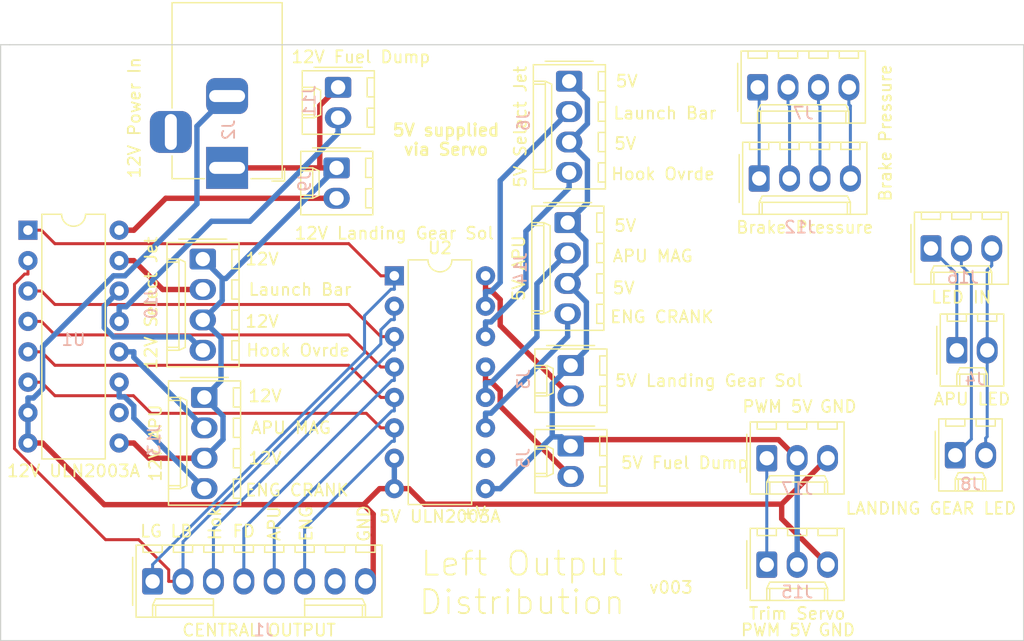
<source format=kicad_pcb>
(kicad_pcb (version 20171130) (host pcbnew "(5.1.5-0-10_14)")

  (general
    (thickness 1.6)
    (drawings 38)
    (tracks 209)
    (zones 0)
    (modules 23)
    (nets 30)
  )

  (page A4)
  (layers
    (0 F.Cu signal)
    (31 B.Cu signal)
    (32 B.Adhes user)
    (33 F.Adhes user)
    (34 B.Paste user)
    (35 F.Paste user)
    (36 B.SilkS user)
    (37 F.SilkS user)
    (38 B.Mask user)
    (39 F.Mask user)
    (40 Dwgs.User user)
    (41 Cmts.User user)
    (42 Eco1.User user)
    (43 Eco2.User user)
    (44 Edge.Cuts user)
    (45 Margin user)
    (46 B.CrtYd user)
    (47 F.CrtYd user)
    (48 B.Fab user)
    (49 F.Fab user)
  )

  (setup
    (last_trace_width 0.25)
    (trace_clearance 0.2)
    (zone_clearance 0.508)
    (zone_45_only no)
    (trace_min 0.2)
    (via_size 0.8)
    (via_drill 0.4)
    (via_min_size 0.4)
    (via_min_drill 0.3)
    (uvia_size 0.3)
    (uvia_drill 0.1)
    (uvias_allowed no)
    (uvia_min_size 0.2)
    (uvia_min_drill 0.1)
    (edge_width 0.1)
    (segment_width 0.2)
    (pcb_text_width 0.3)
    (pcb_text_size 1.5 1.5)
    (mod_edge_width 0.15)
    (mod_text_size 1 1)
    (mod_text_width 0.15)
    (pad_size 1.524 1.524)
    (pad_drill 0.762)
    (pad_to_mask_clearance 0)
    (aux_axis_origin 0 0)
    (visible_elements FFFFFF7F)
    (pcbplotparams
      (layerselection 0x010fc_ffffffff)
      (usegerberextensions false)
      (usegerberattributes false)
      (usegerberadvancedattributes false)
      (creategerberjobfile false)
      (excludeedgelayer true)
      (linewidth 0.100000)
      (plotframeref false)
      (viasonmask false)
      (mode 1)
      (useauxorigin false)
      (hpglpennumber 1)
      (hpglpenspeed 20)
      (hpglpendiameter 15.000000)
      (psnegative false)
      (psa4output false)
      (plotreference true)
      (plotvalue true)
      (plotinvisibletext false)
      (padsonsilk false)
      (subtractmaskfromsilk false)
      (outputformat 1)
      (mirror false)
      (drillshape 0)
      (scaleselection 1)
      (outputdirectory "Manufacturing"))
  )

  (net 0 "")
  (net 1 /GND)
  (net 2 /In_Engine_Crank_Mag)
  (net 3 /In_APU_Mag)
  (net 4 /In_Fuel_Dump_Mag)
  (net 5 /In_Hook_Bypass_Mag)
  (net 6 /In_Launch_Bar_Mag)
  (net 7 /In_Landing_Gear_Sol)
  (net 8 /+12V)
  (net 9 /LEDCOL1)
  (net 10 /LEDROW1)
  (net 11 /LEDROW2)
  (net 12 /SERVO_5V)
  (net 13 /SERVO_PWM)
  (net 14 /12V_Landing_Gear_Sol)
  (net 15 /12V_Hook_Bypass_Mag)
  (net 16 /12V_Launch_Bar_Mag)
  (net 17 /12V_Fuel_Dump_Mag)
  (net 18 /12V_APU_Mag)
  (net 19 /12V_Engine_Crank_Mag)
  (net 20 /5V_Landing_Gear_Sol)
  (net 21 /5V_Launch_Bar_Mag)
  (net 22 /5V_Hook_Bypass_Mag)
  (net 23 /5V_Fuel_Dump_Mag)
  (net 24 /5V_APU_Mag)
  (net 25 /5V_Engine_Crank_Mag)
  (net 26 "Net-(J12-Pad4)")
  (net 27 "Net-(J12-Pad3)")
  (net 28 "Net-(J12-Pad2)")
  (net 29 "Net-(J12-Pad1)")

  (net_class Default "This is the default net class."
    (clearance 0.2)
    (trace_width 0.25)
    (via_dia 0.8)
    (via_drill 0.4)
    (uvia_dia 0.3)
    (uvia_drill 0.1)
    (add_net /In_APU_Mag)
    (add_net /In_Engine_Crank_Mag)
    (add_net /In_Fuel_Dump_Mag)
    (add_net /In_Hook_Bypass_Mag)
    (add_net /In_Landing_Gear_Sol)
    (add_net /In_Launch_Bar_Mag)
    (add_net /LEDCOL1)
    (add_net /LEDROW1)
    (add_net /LEDROW2)
    (add_net /SERVO_PWM)
    (add_net "Net-(J12-Pad1)")
    (add_net "Net-(J12-Pad2)")
    (add_net "Net-(J12-Pad3)")
    (add_net "Net-(J12-Pad4)")
  )

  (net_class "GND AND POWER" ""
    (clearance 0.2)
    (trace_width 0.45)
    (via_dia 0.8)
    (via_drill 0.4)
    (uvia_dia 0.3)
    (uvia_drill 0.1)
    (add_net /+12V)
    (add_net /12V_APU_Mag)
    (add_net /12V_Engine_Crank_Mag)
    (add_net /12V_Fuel_Dump_Mag)
    (add_net /12V_Hook_Bypass_Mag)
    (add_net /12V_Landing_Gear_Sol)
    (add_net /12V_Launch_Bar_Mag)
    (add_net /5V_APU_Mag)
    (add_net /5V_Engine_Crank_Mag)
    (add_net /5V_Fuel_Dump_Mag)
    (add_net /5V_Hook_Bypass_Mag)
    (add_net /5V_Landing_Gear_Sol)
    (add_net /5V_Launch_Bar_Mag)
    (add_net /GND)
    (add_net /SERVO_5V)
  )

  (module PT_Library_v001:Molex_1x04_P2.54mm_Vertical (layer F.Cu) (tedit 5B78013E) (tstamp 61740125)
    (at 169.418 46.101 270)
    (descr "Molex KK-254 Interconnect System, old/engineering part number: AE-6410-04A example for new part number: 22-27-2041, 4 Pins (http://www.molex.com/pdm_docs/sd/022272021_sd.pdf), generated with kicad-footprint-generator")
    (tags "connector Molex KK-254 side entry")
    (path /617E9460)
    (fp_text reference J14 (at 3.81 3.937 90) (layer B.SilkS)
      (effects (font (size 1 1) (thickness 0.15)) (justify mirror))
    )
    (fp_text value "5V APU" (at 3.81 4.08 90) (layer F.SilkS)
      (effects (font (size 1 1) (thickness 0.15)))
    )
    (fp_text user %R (at 3.81 -2.22 90) (layer F.Fab)
      (effects (font (size 1 1) (thickness 0.15)))
    )
    (fp_line (start 9.39 -3.42) (end -1.77 -3.42) (layer F.CrtYd) (width 0.05))
    (fp_line (start 9.39 3.38) (end 9.39 -3.42) (layer F.CrtYd) (width 0.05))
    (fp_line (start -1.77 3.38) (end 9.39 3.38) (layer F.CrtYd) (width 0.05))
    (fp_line (start -1.77 -3.42) (end -1.77 3.38) (layer F.CrtYd) (width 0.05))
    (fp_line (start 8.42 -2.43) (end 8.42 -3.03) (layer F.SilkS) (width 0.12))
    (fp_line (start 6.82 -2.43) (end 8.42 -2.43) (layer F.SilkS) (width 0.12))
    (fp_line (start 6.82 -3.03) (end 6.82 -2.43) (layer F.SilkS) (width 0.12))
    (fp_line (start 5.88 -2.43) (end 5.88 -3.03) (layer F.SilkS) (width 0.12))
    (fp_line (start 4.28 -2.43) (end 5.88 -2.43) (layer F.SilkS) (width 0.12))
    (fp_line (start 4.28 -3.03) (end 4.28 -2.43) (layer F.SilkS) (width 0.12))
    (fp_line (start 3.34 -2.43) (end 3.34 -3.03) (layer F.SilkS) (width 0.12))
    (fp_line (start 1.74 -2.43) (end 3.34 -2.43) (layer F.SilkS) (width 0.12))
    (fp_line (start 1.74 -3.03) (end 1.74 -2.43) (layer F.SilkS) (width 0.12))
    (fp_line (start 0.8 -2.43) (end 0.8 -3.03) (layer F.SilkS) (width 0.12))
    (fp_line (start -0.8 -2.43) (end 0.8 -2.43) (layer F.SilkS) (width 0.12))
    (fp_line (start -0.8 -3.03) (end -0.8 -2.43) (layer F.SilkS) (width 0.12))
    (fp_line (start 7.37 2.99) (end 7.37 1.99) (layer F.SilkS) (width 0.12))
    (fp_line (start 0.25 2.99) (end 0.25 1.99) (layer F.SilkS) (width 0.12))
    (fp_line (start 7.37 1.46) (end 7.62 1.99) (layer F.SilkS) (width 0.12))
    (fp_line (start 0.25 1.46) (end 7.37 1.46) (layer F.SilkS) (width 0.12))
    (fp_line (start 0 1.99) (end 0.25 1.46) (layer F.SilkS) (width 0.12))
    (fp_line (start 7.62 1.99) (end 7.62 2.99) (layer F.SilkS) (width 0.12))
    (fp_line (start 0 1.99) (end 7.62 1.99) (layer F.SilkS) (width 0.12))
    (fp_line (start 0 2.99) (end 0 1.99) (layer F.SilkS) (width 0.12))
    (fp_line (start -0.562893 0) (end -1.27 0.5) (layer F.Fab) (width 0.1))
    (fp_line (start -1.27 -0.5) (end -0.562893 0) (layer F.Fab) (width 0.1))
    (fp_line (start -1.67 -2) (end -1.67 2) (layer F.SilkS) (width 0.12))
    (fp_line (start 9 -3.03) (end -1.38 -3.03) (layer F.SilkS) (width 0.12))
    (fp_line (start 9 2.99) (end 9 -3.03) (layer F.SilkS) (width 0.12))
    (fp_line (start -1.38 2.99) (end 9 2.99) (layer F.SilkS) (width 0.12))
    (fp_line (start -1.38 -3.03) (end -1.38 2.99) (layer F.SilkS) (width 0.12))
    (fp_line (start 8.89 -2.92) (end -1.27 -2.92) (layer F.Fab) (width 0.1))
    (fp_line (start 8.89 2.88) (end 8.89 -2.92) (layer F.Fab) (width 0.1))
    (fp_line (start -1.27 2.88) (end 8.89 2.88) (layer F.Fab) (width 0.1))
    (fp_line (start -1.27 -2.92) (end -1.27 2.88) (layer F.Fab) (width 0.1))
    (pad 4 thru_hole oval (at 7.62 0 270) (size 1.74 2.2) (drill 1.2) (layers *.Cu *.Mask)
      (net 25 /5V_Engine_Crank_Mag))
    (pad 3 thru_hole oval (at 5.08 0 270) (size 1.74 2.2) (drill 1.2) (layers *.Cu *.Mask)
      (net 12 /SERVO_5V))
    (pad 2 thru_hole oval (at 2.54 0 270) (size 1.74 2.2) (drill 1.2) (layers *.Cu *.Mask)
      (net 24 /5V_APU_Mag))
    (pad 1 thru_hole roundrect (at 0 0 270) (size 1.74 2.2) (drill 1.2) (layers *.Cu *.Mask) (roundrect_rratio 0.143678)
      (net 12 /SERVO_5V))
    (model ${KISYS3DMOD}/Connector_Molex.3dshapes/Molex_KK-254_AE-6410-04A_1x04_P2.54mm_Vertical.wrl
      (at (xyz 0 0 0))
      (scale (xyz 1 1 1))
      (rotate (xyz 0 0 0))
    )
  )

  (module PT_Library_v001:Molex_1x04_P2.54mm_Vertical (layer F.Cu) (tedit 5B78013E) (tstamp 6173FFE4)
    (at 169.545 34.29 270)
    (descr "Molex KK-254 Interconnect System, old/engineering part number: AE-6410-04A example for new part number: 22-27-2041, 4 Pins (http://www.molex.com/pdm_docs/sd/022272021_sd.pdf), generated with kicad-footprint-generator")
    (tags "connector Molex KK-254 side entry")
    (path /617F018A)
    (fp_text reference J6 (at 3.302 3.81 90) (layer B.SilkS)
      (effects (font (size 1 1) (thickness 0.15)) (justify mirror))
    )
    (fp_text value "5V Select Jet" (at 3.81 4.08 90) (layer F.SilkS)
      (effects (font (size 1 1) (thickness 0.15)))
    )
    (fp_text user %R (at 3.81 -2.22 90) (layer F.Fab)
      (effects (font (size 1 1) (thickness 0.15)))
    )
    (fp_line (start 9.39 -3.42) (end -1.77 -3.42) (layer F.CrtYd) (width 0.05))
    (fp_line (start 9.39 3.38) (end 9.39 -3.42) (layer F.CrtYd) (width 0.05))
    (fp_line (start -1.77 3.38) (end 9.39 3.38) (layer F.CrtYd) (width 0.05))
    (fp_line (start -1.77 -3.42) (end -1.77 3.38) (layer F.CrtYd) (width 0.05))
    (fp_line (start 8.42 -2.43) (end 8.42 -3.03) (layer F.SilkS) (width 0.12))
    (fp_line (start 6.82 -2.43) (end 8.42 -2.43) (layer F.SilkS) (width 0.12))
    (fp_line (start 6.82 -3.03) (end 6.82 -2.43) (layer F.SilkS) (width 0.12))
    (fp_line (start 5.88 -2.43) (end 5.88 -3.03) (layer F.SilkS) (width 0.12))
    (fp_line (start 4.28 -2.43) (end 5.88 -2.43) (layer F.SilkS) (width 0.12))
    (fp_line (start 4.28 -3.03) (end 4.28 -2.43) (layer F.SilkS) (width 0.12))
    (fp_line (start 3.34 -2.43) (end 3.34 -3.03) (layer F.SilkS) (width 0.12))
    (fp_line (start 1.74 -2.43) (end 3.34 -2.43) (layer F.SilkS) (width 0.12))
    (fp_line (start 1.74 -3.03) (end 1.74 -2.43) (layer F.SilkS) (width 0.12))
    (fp_line (start 0.8 -2.43) (end 0.8 -3.03) (layer F.SilkS) (width 0.12))
    (fp_line (start -0.8 -2.43) (end 0.8 -2.43) (layer F.SilkS) (width 0.12))
    (fp_line (start -0.8 -3.03) (end -0.8 -2.43) (layer F.SilkS) (width 0.12))
    (fp_line (start 7.37 2.99) (end 7.37 1.99) (layer F.SilkS) (width 0.12))
    (fp_line (start 0.25 2.99) (end 0.25 1.99) (layer F.SilkS) (width 0.12))
    (fp_line (start 7.37 1.46) (end 7.62 1.99) (layer F.SilkS) (width 0.12))
    (fp_line (start 0.25 1.46) (end 7.37 1.46) (layer F.SilkS) (width 0.12))
    (fp_line (start 0 1.99) (end 0.25 1.46) (layer F.SilkS) (width 0.12))
    (fp_line (start 7.62 1.99) (end 7.62 2.99) (layer F.SilkS) (width 0.12))
    (fp_line (start 0 1.99) (end 7.62 1.99) (layer F.SilkS) (width 0.12))
    (fp_line (start 0 2.99) (end 0 1.99) (layer F.SilkS) (width 0.12))
    (fp_line (start -0.562893 0) (end -1.27 0.5) (layer F.Fab) (width 0.1))
    (fp_line (start -1.27 -0.5) (end -0.562893 0) (layer F.Fab) (width 0.1))
    (fp_line (start -1.67 -2) (end -1.67 2) (layer F.SilkS) (width 0.12))
    (fp_line (start 9 -3.03) (end -1.38 -3.03) (layer F.SilkS) (width 0.12))
    (fp_line (start 9 2.99) (end 9 -3.03) (layer F.SilkS) (width 0.12))
    (fp_line (start -1.38 2.99) (end 9 2.99) (layer F.SilkS) (width 0.12))
    (fp_line (start -1.38 -3.03) (end -1.38 2.99) (layer F.SilkS) (width 0.12))
    (fp_line (start 8.89 -2.92) (end -1.27 -2.92) (layer F.Fab) (width 0.1))
    (fp_line (start 8.89 2.88) (end 8.89 -2.92) (layer F.Fab) (width 0.1))
    (fp_line (start -1.27 2.88) (end 8.89 2.88) (layer F.Fab) (width 0.1))
    (fp_line (start -1.27 -2.92) (end -1.27 2.88) (layer F.Fab) (width 0.1))
    (pad 4 thru_hole oval (at 7.62 0 270) (size 1.74 2.2) (drill 1.2) (layers *.Cu *.Mask)
      (net 22 /5V_Hook_Bypass_Mag))
    (pad 3 thru_hole oval (at 5.08 0 270) (size 1.74 2.2) (drill 1.2) (layers *.Cu *.Mask)
      (net 12 /SERVO_5V))
    (pad 2 thru_hole oval (at 2.54 0 270) (size 1.74 2.2) (drill 1.2) (layers *.Cu *.Mask)
      (net 21 /5V_Launch_Bar_Mag))
    (pad 1 thru_hole roundrect (at 0 0 270) (size 1.74 2.2) (drill 1.2) (layers *.Cu *.Mask) (roundrect_rratio 0.143678)
      (net 12 /SERVO_5V))
    (model ${KISYS3DMOD}/Connector_Molex.3dshapes/Molex_KK-254_AE-6410-04A_1x04_P2.54mm_Vertical.wrl
      (at (xyz 0 0 0))
      (scale (xyz 1 1 1))
      (rotate (xyz 0 0 0))
    )
  )

  (module PT_Library_v001:Molex_1x02_P2.54mm_Vertical (layer F.Cu) (tedit 5B78013E) (tstamp 6173FFB8)
    (at 169.672 64.77 270)
    (descr "Molex KK-254 Interconnect System, old/engineering part number: AE-6410-02A example for new part number: 22-27-2021, 2 Pins (http://www.molex.com/pdm_docs/sd/022272021_sd.pdf), generated with kicad-footprint-generator")
    (tags "connector Molex KK-254 side entry")
    (path /617EF045)
    (fp_text reference J5 (at 1.016 3.961 90) (layer B.SilkS)
      (effects (font (size 1 1) (thickness 0.15)) (justify mirror))
    )
    (fp_text value "5V Fuel Dump" (at 1.397 -9.525 180) (layer F.SilkS)
      (effects (font (size 1 1) (thickness 0.15)))
    )
    (fp_text user %R (at 1.27 -2.22 90) (layer F.Fab)
      (effects (font (size 1 1) (thickness 0.15)))
    )
    (fp_line (start 4.31 -3.42) (end -1.77 -3.42) (layer F.CrtYd) (width 0.05))
    (fp_line (start 4.31 3.38) (end 4.31 -3.42) (layer F.CrtYd) (width 0.05))
    (fp_line (start -1.77 3.38) (end 4.31 3.38) (layer F.CrtYd) (width 0.05))
    (fp_line (start -1.77 -3.42) (end -1.77 3.38) (layer F.CrtYd) (width 0.05))
    (fp_line (start 3.34 -2.43) (end 3.34 -3.03) (layer F.SilkS) (width 0.12))
    (fp_line (start 1.74 -2.43) (end 3.34 -2.43) (layer F.SilkS) (width 0.12))
    (fp_line (start 1.74 -3.03) (end 1.74 -2.43) (layer F.SilkS) (width 0.12))
    (fp_line (start 0.8 -2.43) (end 0.8 -3.03) (layer F.SilkS) (width 0.12))
    (fp_line (start -0.8 -2.43) (end 0.8 -2.43) (layer F.SilkS) (width 0.12))
    (fp_line (start -0.8 -3.03) (end -0.8 -2.43) (layer F.SilkS) (width 0.12))
    (fp_line (start 2.29 2.99) (end 2.29 1.99) (layer F.SilkS) (width 0.12))
    (fp_line (start 0.25 2.99) (end 0.25 1.99) (layer F.SilkS) (width 0.12))
    (fp_line (start 2.29 1.46) (end 2.54 1.99) (layer F.SilkS) (width 0.12))
    (fp_line (start 0.25 1.46) (end 2.29 1.46) (layer F.SilkS) (width 0.12))
    (fp_line (start 0 1.99) (end 0.25 1.46) (layer F.SilkS) (width 0.12))
    (fp_line (start 2.54 1.99) (end 2.54 2.99) (layer F.SilkS) (width 0.12))
    (fp_line (start 0 1.99) (end 2.54 1.99) (layer F.SilkS) (width 0.12))
    (fp_line (start 0 2.99) (end 0 1.99) (layer F.SilkS) (width 0.12))
    (fp_line (start -0.562893 0) (end -1.27 0.5) (layer F.Fab) (width 0.1))
    (fp_line (start -1.27 -0.5) (end -0.562893 0) (layer F.Fab) (width 0.1))
    (fp_line (start -1.67 -2) (end -1.67 2) (layer F.SilkS) (width 0.12))
    (fp_line (start 3.92 -3.03) (end -1.38 -3.03) (layer F.SilkS) (width 0.12))
    (fp_line (start 3.92 2.99) (end 3.92 -3.03) (layer F.SilkS) (width 0.12))
    (fp_line (start -1.38 2.99) (end 3.92 2.99) (layer F.SilkS) (width 0.12))
    (fp_line (start -1.38 -3.03) (end -1.38 2.99) (layer F.SilkS) (width 0.12))
    (fp_line (start 3.81 -2.92) (end -1.27 -2.92) (layer F.Fab) (width 0.1))
    (fp_line (start 3.81 2.88) (end 3.81 -2.92) (layer F.Fab) (width 0.1))
    (fp_line (start -1.27 2.88) (end 3.81 2.88) (layer F.Fab) (width 0.1))
    (fp_line (start -1.27 -2.92) (end -1.27 2.88) (layer F.Fab) (width 0.1))
    (pad 2 thru_hole oval (at 2.54 0 270) (size 1.74 2.2) (drill 1.2) (layers *.Cu *.Mask)
      (net 23 /5V_Fuel_Dump_Mag))
    (pad 1 thru_hole roundrect (at 0 0 270) (size 1.74 2.2) (drill 1.2) (layers *.Cu *.Mask) (roundrect_rratio 0.143678)
      (net 12 /SERVO_5V))
    (model ${KISYS3DMOD}/Connector_Molex.3dshapes/Molex_KK-254_AE-6410-02A_1x02_P2.54mm_Vertical.wrl
      (at (xyz 0 0 0))
      (scale (xyz 1 1 1))
      (rotate (xyz 0 0 0))
    )
  )

  (module PT_Library_v001:Molex_1x02_P2.54mm_Vertical (layer F.Cu) (tedit 5B78013E) (tstamp 6173FF71)
    (at 169.672 58.039 270)
    (descr "Molex KK-254 Interconnect System, old/engineering part number: AE-6410-02A example for new part number: 22-27-2021, 2 Pins (http://www.molex.com/pdm_docs/sd/022272021_sd.pdf), generated with kicad-footprint-generator")
    (tags "connector Molex KK-254 side entry")
    (path /617F125C)
    (fp_text reference J3 (at 1.143 3.937 90) (layer B.SilkS)
      (effects (font (size 1 1) (thickness 0.15)) (justify mirror))
    )
    (fp_text value "5V Landing Gear Sol" (at 1.27 -11.557 180) (layer F.SilkS)
      (effects (font (size 1 1) (thickness 0.15)))
    )
    (fp_text user %R (at 1.27 -2.22 90) (layer F.Fab)
      (effects (font (size 1 1) (thickness 0.15)))
    )
    (fp_line (start 4.31 -3.42) (end -1.77 -3.42) (layer F.CrtYd) (width 0.05))
    (fp_line (start 4.31 3.38) (end 4.31 -3.42) (layer F.CrtYd) (width 0.05))
    (fp_line (start -1.77 3.38) (end 4.31 3.38) (layer F.CrtYd) (width 0.05))
    (fp_line (start -1.77 -3.42) (end -1.77 3.38) (layer F.CrtYd) (width 0.05))
    (fp_line (start 3.34 -2.43) (end 3.34 -3.03) (layer F.SilkS) (width 0.12))
    (fp_line (start 1.74 -2.43) (end 3.34 -2.43) (layer F.SilkS) (width 0.12))
    (fp_line (start 1.74 -3.03) (end 1.74 -2.43) (layer F.SilkS) (width 0.12))
    (fp_line (start 0.8 -2.43) (end 0.8 -3.03) (layer F.SilkS) (width 0.12))
    (fp_line (start -0.8 -2.43) (end 0.8 -2.43) (layer F.SilkS) (width 0.12))
    (fp_line (start -0.8 -3.03) (end -0.8 -2.43) (layer F.SilkS) (width 0.12))
    (fp_line (start 2.29 2.99) (end 2.29 1.99) (layer F.SilkS) (width 0.12))
    (fp_line (start 0.25 2.99) (end 0.25 1.99) (layer F.SilkS) (width 0.12))
    (fp_line (start 2.29 1.46) (end 2.54 1.99) (layer F.SilkS) (width 0.12))
    (fp_line (start 0.25 1.46) (end 2.29 1.46) (layer F.SilkS) (width 0.12))
    (fp_line (start 0 1.99) (end 0.25 1.46) (layer F.SilkS) (width 0.12))
    (fp_line (start 2.54 1.99) (end 2.54 2.99) (layer F.SilkS) (width 0.12))
    (fp_line (start 0 1.99) (end 2.54 1.99) (layer F.SilkS) (width 0.12))
    (fp_line (start 0 2.99) (end 0 1.99) (layer F.SilkS) (width 0.12))
    (fp_line (start -0.562893 0) (end -1.27 0.5) (layer F.Fab) (width 0.1))
    (fp_line (start -1.27 -0.5) (end -0.562893 0) (layer F.Fab) (width 0.1))
    (fp_line (start -1.67 -2) (end -1.67 2) (layer F.SilkS) (width 0.12))
    (fp_line (start 3.92 -3.03) (end -1.38 -3.03) (layer F.SilkS) (width 0.12))
    (fp_line (start 3.92 2.99) (end 3.92 -3.03) (layer F.SilkS) (width 0.12))
    (fp_line (start -1.38 2.99) (end 3.92 2.99) (layer F.SilkS) (width 0.12))
    (fp_line (start -1.38 -3.03) (end -1.38 2.99) (layer F.SilkS) (width 0.12))
    (fp_line (start 3.81 -2.92) (end -1.27 -2.92) (layer F.Fab) (width 0.1))
    (fp_line (start 3.81 2.88) (end 3.81 -2.92) (layer F.Fab) (width 0.1))
    (fp_line (start -1.27 2.88) (end 3.81 2.88) (layer F.Fab) (width 0.1))
    (fp_line (start -1.27 -2.92) (end -1.27 2.88) (layer F.Fab) (width 0.1))
    (pad 2 thru_hole oval (at 2.54 0 270) (size 1.74 2.2) (drill 1.2) (layers *.Cu *.Mask)
      (net 20 /5V_Landing_Gear_Sol))
    (pad 1 thru_hole roundrect (at 0 0 270) (size 1.74 2.2) (drill 1.2) (layers *.Cu *.Mask) (roundrect_rratio 0.143678)
      (net 12 /SERVO_5V))
    (model ${KISYS3DMOD}/Connector_Molex.3dshapes/Molex_KK-254_AE-6410-02A_1x02_P2.54mm_Vertical.wrl
      (at (xyz 0 0 0))
      (scale (xyz 1 1 1))
      (rotate (xyz 0 0 0))
    )
  )

  (module Connector_BarrelJack:BarrelJack_Horizontal (layer F.Cu) (tedit 5A1DBF6A) (tstamp 60728BD7)
    (at 140.97 41.529 270)
    (descr "DC Barrel Jack")
    (tags "Power Jack")
    (path /6073DAF2)
    (fp_text reference J2 (at -3.175 -0.127 90) (layer B.SilkS)
      (effects (font (size 1 1) (thickness 0.15)) (justify mirror))
    )
    (fp_text value "12V Power In" (at -4.191 7.747 90) (layer F.SilkS)
      (effects (font (size 1 1) (thickness 0.15)))
    )
    (fp_line (start 0 -4.5) (end -13.7 -4.5) (layer F.Fab) (width 0.1))
    (fp_line (start 0.8 4.5) (end 0.8 -3.75) (layer F.Fab) (width 0.1))
    (fp_line (start -13.7 4.5) (end 0.8 4.5) (layer F.Fab) (width 0.1))
    (fp_line (start -13.7 -4.5) (end -13.7 4.5) (layer F.Fab) (width 0.1))
    (fp_line (start -10.2 -4.5) (end -10.2 4.5) (layer F.Fab) (width 0.1))
    (fp_line (start 0.9 -4.6) (end 0.9 -2) (layer F.SilkS) (width 0.12))
    (fp_line (start -13.8 -4.6) (end 0.9 -4.6) (layer F.SilkS) (width 0.12))
    (fp_line (start 0.9 4.6) (end -1 4.6) (layer F.SilkS) (width 0.12))
    (fp_line (start 0.9 1.9) (end 0.9 4.6) (layer F.SilkS) (width 0.12))
    (fp_line (start -13.8 4.6) (end -13.8 -4.6) (layer F.SilkS) (width 0.12))
    (fp_line (start -5 4.6) (end -13.8 4.6) (layer F.SilkS) (width 0.12))
    (fp_line (start -14 4.75) (end -14 -4.75) (layer F.CrtYd) (width 0.05))
    (fp_line (start -5 4.75) (end -14 4.75) (layer F.CrtYd) (width 0.05))
    (fp_line (start -5 6.75) (end -5 4.75) (layer F.CrtYd) (width 0.05))
    (fp_line (start -1 6.75) (end -5 6.75) (layer F.CrtYd) (width 0.05))
    (fp_line (start -1 4.75) (end -1 6.75) (layer F.CrtYd) (width 0.05))
    (fp_line (start 1 4.75) (end -1 4.75) (layer F.CrtYd) (width 0.05))
    (fp_line (start 1 2) (end 1 4.75) (layer F.CrtYd) (width 0.05))
    (fp_line (start 2 2) (end 1 2) (layer F.CrtYd) (width 0.05))
    (fp_line (start 2 -2) (end 2 2) (layer F.CrtYd) (width 0.05))
    (fp_line (start 1 -2) (end 2 -2) (layer F.CrtYd) (width 0.05))
    (fp_line (start 1 -4.5) (end 1 -2) (layer F.CrtYd) (width 0.05))
    (fp_line (start 1 -4.75) (end -14 -4.75) (layer F.CrtYd) (width 0.05))
    (fp_line (start 1 -4.5) (end 1 -4.75) (layer F.CrtYd) (width 0.05))
    (fp_line (start 0.05 -4.8) (end 1.1 -4.8) (layer F.SilkS) (width 0.12))
    (fp_line (start 1.1 -3.75) (end 1.1 -4.8) (layer F.SilkS) (width 0.12))
    (fp_line (start -0.003213 -4.505425) (end 0.8 -3.75) (layer F.Fab) (width 0.1))
    (fp_text user %R (at -3 -2.95 90) (layer F.Fab)
      (effects (font (size 1 1) (thickness 0.15)))
    )
    (pad 3 thru_hole roundrect (at -3 4.7 270) (size 3.5 3.5) (drill oval 3 1) (layers *.Cu *.Mask) (roundrect_rratio 0.25))
    (pad 2 thru_hole roundrect (at -6 0 270) (size 3 3.5) (drill oval 1 3) (layers *.Cu *.Mask) (roundrect_rratio 0.25)
      (net 1 /GND))
    (pad 1 thru_hole rect (at 0 0 270) (size 3.5 3.5) (drill oval 1 3) (layers *.Cu *.Mask)
      (net 8 /+12V))
    (model ${KISYS3DMOD}/Connector_BarrelJack.3dshapes/BarrelJack_Horizontal.wrl
      (at (xyz 0 0 0))
      (scale (xyz 1 1 1))
      (rotate (xyz 0 0 0))
    )
  )

  (module Package_DIP:DIP-16_W7.62mm (layer F.Cu) (tedit 5A02E8C5) (tstamp 6174269C)
    (at 154.94 50.546)
    (descr "16-lead though-hole mounted DIP package, row spacing 7.62 mm (300 mils)")
    (tags "THT DIP DIL PDIP 2.54mm 7.62mm 300mil")
    (path /617DBE7C)
    (fp_text reference U2 (at 3.81 -2.33) (layer F.SilkS)
      (effects (font (size 1 1) (thickness 0.15)))
    )
    (fp_text value "5V ULN2003A" (at 3.81 20.11) (layer F.SilkS)
      (effects (font (size 1 1) (thickness 0.15)))
    )
    (fp_text user %R (at 3.81 8.89) (layer F.Fab)
      (effects (font (size 1 1) (thickness 0.15)))
    )
    (fp_line (start 8.7 -1.55) (end -1.1 -1.55) (layer F.CrtYd) (width 0.05))
    (fp_line (start 8.7 19.3) (end 8.7 -1.55) (layer F.CrtYd) (width 0.05))
    (fp_line (start -1.1 19.3) (end 8.7 19.3) (layer F.CrtYd) (width 0.05))
    (fp_line (start -1.1 -1.55) (end -1.1 19.3) (layer F.CrtYd) (width 0.05))
    (fp_line (start 6.46 -1.33) (end 4.81 -1.33) (layer F.SilkS) (width 0.12))
    (fp_line (start 6.46 19.11) (end 6.46 -1.33) (layer F.SilkS) (width 0.12))
    (fp_line (start 1.16 19.11) (end 6.46 19.11) (layer F.SilkS) (width 0.12))
    (fp_line (start 1.16 -1.33) (end 1.16 19.11) (layer F.SilkS) (width 0.12))
    (fp_line (start 2.81 -1.33) (end 1.16 -1.33) (layer F.SilkS) (width 0.12))
    (fp_line (start 0.635 -0.27) (end 1.635 -1.27) (layer F.Fab) (width 0.1))
    (fp_line (start 0.635 19.05) (end 0.635 -0.27) (layer F.Fab) (width 0.1))
    (fp_line (start 6.985 19.05) (end 0.635 19.05) (layer F.Fab) (width 0.1))
    (fp_line (start 6.985 -1.27) (end 6.985 19.05) (layer F.Fab) (width 0.1))
    (fp_line (start 1.635 -1.27) (end 6.985 -1.27) (layer F.Fab) (width 0.1))
    (fp_arc (start 3.81 -1.33) (end 2.81 -1.33) (angle -180) (layer F.SilkS) (width 0.12))
    (pad 16 thru_hole oval (at 7.62 0) (size 1.6 1.6) (drill 0.8) (layers *.Cu *.Mask)
      (net 20 /5V_Landing_Gear_Sol))
    (pad 8 thru_hole oval (at 0 17.78) (size 1.6 1.6) (drill 0.8) (layers *.Cu *.Mask)
      (net 1 /GND))
    (pad 15 thru_hole oval (at 7.62 2.54) (size 1.6 1.6) (drill 0.8) (layers *.Cu *.Mask)
      (net 21 /5V_Launch_Bar_Mag))
    (pad 7 thru_hole oval (at 0 15.24) (size 1.6 1.6) (drill 0.8) (layers *.Cu *.Mask)
      (net 1 /GND))
    (pad 14 thru_hole oval (at 7.62 5.08) (size 1.6 1.6) (drill 0.8) (layers *.Cu *.Mask)
      (net 22 /5V_Hook_Bypass_Mag))
    (pad 6 thru_hole oval (at 0 12.7) (size 1.6 1.6) (drill 0.8) (layers *.Cu *.Mask)
      (net 2 /In_Engine_Crank_Mag))
    (pad 13 thru_hole oval (at 7.62 7.62) (size 1.6 1.6) (drill 0.8) (layers *.Cu *.Mask)
      (net 23 /5V_Fuel_Dump_Mag))
    (pad 5 thru_hole oval (at 0 10.16) (size 1.6 1.6) (drill 0.8) (layers *.Cu *.Mask)
      (net 3 /In_APU_Mag))
    (pad 12 thru_hole oval (at 7.62 10.16) (size 1.6 1.6) (drill 0.8) (layers *.Cu *.Mask)
      (net 24 /5V_APU_Mag))
    (pad 4 thru_hole oval (at 0 7.62) (size 1.6 1.6) (drill 0.8) (layers *.Cu *.Mask)
      (net 4 /In_Fuel_Dump_Mag))
    (pad 11 thru_hole oval (at 7.62 12.7) (size 1.6 1.6) (drill 0.8) (layers *.Cu *.Mask)
      (net 25 /5V_Engine_Crank_Mag))
    (pad 3 thru_hole oval (at 0 5.08) (size 1.6 1.6) (drill 0.8) (layers *.Cu *.Mask)
      (net 5 /In_Hook_Bypass_Mag))
    (pad 10 thru_hole oval (at 7.62 15.24) (size 1.6 1.6) (drill 0.8) (layers *.Cu *.Mask))
    (pad 2 thru_hole oval (at 0 2.54) (size 1.6 1.6) (drill 0.8) (layers *.Cu *.Mask)
      (net 6 /In_Launch_Bar_Mag))
    (pad 9 thru_hole oval (at 7.62 17.78) (size 1.6 1.6) (drill 0.8) (layers *.Cu *.Mask)
      (net 12 /SERVO_5V))
    (pad 1 thru_hole rect (at 0 0) (size 1.6 1.6) (drill 0.8) (layers *.Cu *.Mask)
      (net 7 /In_Landing_Gear_Sol))
    (model ${KISYS3DMOD}/Package_DIP.3dshapes/DIP-16_W7.62mm.wrl
      (at (xyz 0 0 0))
      (scale (xyz 1 1 1))
      (rotate (xyz 0 0 0))
    )
  )

  (module PT_Library_v001:Molex_1x08_P2.54mm_Vertical (layer F.Cu) (tedit 5B78013E) (tstamp 617084B4)
    (at 134.747 76.073)
    (descr "Molex KK-254 Interconnect System, old/engineering part number: AE-6410-08A example for new part number: 22-27-2081, 8 Pins (http://www.molex.com/pdm_docs/sd/022272021_sd.pdf), generated with kicad-footprint-generator")
    (tags "connector Molex KK-254 side entry")
    (path /61714426)
    (fp_text reference J1 (at 9.271 4.064) (layer B.SilkS)
      (effects (font (size 1 1) (thickness 0.15)) (justify mirror))
    )
    (fp_text value "CENTRAL OUTPUT" (at 8.89 4.08) (layer F.SilkS)
      (effects (font (size 1 1) (thickness 0.15)))
    )
    (fp_text user %R (at 8.89 -2.22) (layer F.Fab)
      (effects (font (size 1 1) (thickness 0.15)))
    )
    (fp_line (start 19.55 -3.42) (end -1.77 -3.42) (layer F.CrtYd) (width 0.05))
    (fp_line (start 19.55 3.38) (end 19.55 -3.42) (layer F.CrtYd) (width 0.05))
    (fp_line (start -1.77 3.38) (end 19.55 3.38) (layer F.CrtYd) (width 0.05))
    (fp_line (start -1.77 -3.42) (end -1.77 3.38) (layer F.CrtYd) (width 0.05))
    (fp_line (start 18.58 -2.43) (end 18.58 -3.03) (layer F.SilkS) (width 0.12))
    (fp_line (start 16.98 -2.43) (end 18.58 -2.43) (layer F.SilkS) (width 0.12))
    (fp_line (start 16.98 -3.03) (end 16.98 -2.43) (layer F.SilkS) (width 0.12))
    (fp_line (start 16.04 -2.43) (end 16.04 -3.03) (layer F.SilkS) (width 0.12))
    (fp_line (start 14.44 -2.43) (end 16.04 -2.43) (layer F.SilkS) (width 0.12))
    (fp_line (start 14.44 -3.03) (end 14.44 -2.43) (layer F.SilkS) (width 0.12))
    (fp_line (start 13.5 -2.43) (end 13.5 -3.03) (layer F.SilkS) (width 0.12))
    (fp_line (start 11.9 -2.43) (end 13.5 -2.43) (layer F.SilkS) (width 0.12))
    (fp_line (start 11.9 -3.03) (end 11.9 -2.43) (layer F.SilkS) (width 0.12))
    (fp_line (start 10.96 -2.43) (end 10.96 -3.03) (layer F.SilkS) (width 0.12))
    (fp_line (start 9.36 -2.43) (end 10.96 -2.43) (layer F.SilkS) (width 0.12))
    (fp_line (start 9.36 -3.03) (end 9.36 -2.43) (layer F.SilkS) (width 0.12))
    (fp_line (start 8.42 -2.43) (end 8.42 -3.03) (layer F.SilkS) (width 0.12))
    (fp_line (start 6.82 -2.43) (end 8.42 -2.43) (layer F.SilkS) (width 0.12))
    (fp_line (start 6.82 -3.03) (end 6.82 -2.43) (layer F.SilkS) (width 0.12))
    (fp_line (start 5.88 -2.43) (end 5.88 -3.03) (layer F.SilkS) (width 0.12))
    (fp_line (start 4.28 -2.43) (end 5.88 -2.43) (layer F.SilkS) (width 0.12))
    (fp_line (start 4.28 -3.03) (end 4.28 -2.43) (layer F.SilkS) (width 0.12))
    (fp_line (start 3.34 -2.43) (end 3.34 -3.03) (layer F.SilkS) (width 0.12))
    (fp_line (start 1.74 -2.43) (end 3.34 -2.43) (layer F.SilkS) (width 0.12))
    (fp_line (start 1.74 -3.03) (end 1.74 -2.43) (layer F.SilkS) (width 0.12))
    (fp_line (start 0.8 -2.43) (end 0.8 -3.03) (layer F.SilkS) (width 0.12))
    (fp_line (start -0.8 -2.43) (end 0.8 -2.43) (layer F.SilkS) (width 0.12))
    (fp_line (start -0.8 -3.03) (end -0.8 -2.43) (layer F.SilkS) (width 0.12))
    (fp_line (start 17.53 2.99) (end 17.53 1.99) (layer F.SilkS) (width 0.12))
    (fp_line (start 12.7 1.46) (end 12.7 1.99) (layer F.SilkS) (width 0.12))
    (fp_line (start 17.53 1.46) (end 12.7 1.46) (layer F.SilkS) (width 0.12))
    (fp_line (start 17.78 1.99) (end 17.53 1.46) (layer F.SilkS) (width 0.12))
    (fp_line (start 12.7 1.99) (end 12.7 2.99) (layer F.SilkS) (width 0.12))
    (fp_line (start 17.78 1.99) (end 12.7 1.99) (layer F.SilkS) (width 0.12))
    (fp_line (start 17.78 2.99) (end 17.78 1.99) (layer F.SilkS) (width 0.12))
    (fp_line (start 0.25 2.99) (end 0.25 1.99) (layer F.SilkS) (width 0.12))
    (fp_line (start 5.08 1.46) (end 5.08 1.99) (layer F.SilkS) (width 0.12))
    (fp_line (start 0.25 1.46) (end 5.08 1.46) (layer F.SilkS) (width 0.12))
    (fp_line (start 0 1.99) (end 0.25 1.46) (layer F.SilkS) (width 0.12))
    (fp_line (start 5.08 1.99) (end 5.08 2.99) (layer F.SilkS) (width 0.12))
    (fp_line (start 0 1.99) (end 5.08 1.99) (layer F.SilkS) (width 0.12))
    (fp_line (start 0 2.99) (end 0 1.99) (layer F.SilkS) (width 0.12))
    (fp_line (start -0.562893 0) (end -1.27 0.5) (layer F.Fab) (width 0.1))
    (fp_line (start -1.27 -0.5) (end -0.562893 0) (layer F.Fab) (width 0.1))
    (fp_line (start -1.67 -2) (end -1.67 2) (layer F.SilkS) (width 0.12))
    (fp_line (start 19.16 -3.03) (end -1.38 -3.03) (layer F.SilkS) (width 0.12))
    (fp_line (start 19.16 2.99) (end 19.16 -3.03) (layer F.SilkS) (width 0.12))
    (fp_line (start -1.38 2.99) (end 19.16 2.99) (layer F.SilkS) (width 0.12))
    (fp_line (start -1.38 -3.03) (end -1.38 2.99) (layer F.SilkS) (width 0.12))
    (fp_line (start 19.05 -2.92) (end -1.27 -2.92) (layer F.Fab) (width 0.1))
    (fp_line (start 19.05 2.88) (end 19.05 -2.92) (layer F.Fab) (width 0.1))
    (fp_line (start -1.27 2.88) (end 19.05 2.88) (layer F.Fab) (width 0.1))
    (fp_line (start -1.27 -2.92) (end -1.27 2.88) (layer F.Fab) (width 0.1))
    (pad 8 thru_hole oval (at 17.78 0) (size 1.74 2.2) (drill 1.2) (layers *.Cu *.Mask)
      (net 1 /GND))
    (pad 7 thru_hole oval (at 15.24 0) (size 1.74 2.2) (drill 1.2) (layers *.Cu *.Mask))
    (pad 6 thru_hole oval (at 12.7 0) (size 1.74 2.2) (drill 1.2) (layers *.Cu *.Mask)
      (net 2 /In_Engine_Crank_Mag))
    (pad 5 thru_hole oval (at 10.16 0) (size 1.74 2.2) (drill 1.2) (layers *.Cu *.Mask)
      (net 3 /In_APU_Mag))
    (pad 4 thru_hole oval (at 7.62 0) (size 1.74 2.2) (drill 1.2) (layers *.Cu *.Mask)
      (net 4 /In_Fuel_Dump_Mag))
    (pad 3 thru_hole oval (at 5.08 0) (size 1.74 2.2) (drill 1.2) (layers *.Cu *.Mask)
      (net 5 /In_Hook_Bypass_Mag))
    (pad 2 thru_hole oval (at 2.54 0) (size 1.74 2.2) (drill 1.2) (layers *.Cu *.Mask)
      (net 6 /In_Launch_Bar_Mag))
    (pad 1 thru_hole roundrect (at 0 0) (size 1.74 2.2) (drill 1.2) (layers *.Cu *.Mask) (roundrect_rratio 0.143678)
      (net 7 /In_Landing_Gear_Sol))
    (model ${KISYS3DMOD}/Connector_Molex.3dshapes/Molex_KK-254_AE-6410-08A_1x08_P2.54mm_Vertical.wrl
      (at (xyz 0 0 0))
      (scale (xyz 1 1 1))
      (rotate (xyz 0 0 0))
    )
  )

  (module PT_Library_v001:Molex_1x02_P2.54mm_Vertical (layer F.Cu) (tedit 5B78013E) (tstamp 61706F1F)
    (at 201.803 65.532)
    (descr "Molex KK-254 Interconnect System, old/engineering part number: AE-6410-02A example for new part number: 22-27-2021, 2 Pins (http://www.molex.com/pdm_docs/sd/022272021_sd.pdf), generated with kicad-footprint-generator")
    (tags "connector Molex KK-254 side entry")
    (path /6170C2D5)
    (fp_text reference J8 (at 1.27 2.413) (layer B.SilkS)
      (effects (font (size 1 1) (thickness 0.15)) (justify mirror))
    )
    (fp_text value "LANDING GEAR LED" (at -2.032 4.445) (layer F.SilkS)
      (effects (font (size 1 1) (thickness 0.15)))
    )
    (fp_text user %R (at 1.27 -2.22) (layer F.Fab)
      (effects (font (size 1 1) (thickness 0.15)))
    )
    (fp_line (start 4.31 -3.42) (end -1.77 -3.42) (layer F.CrtYd) (width 0.05))
    (fp_line (start 4.31 3.38) (end 4.31 -3.42) (layer F.CrtYd) (width 0.05))
    (fp_line (start -1.77 3.38) (end 4.31 3.38) (layer F.CrtYd) (width 0.05))
    (fp_line (start -1.77 -3.42) (end -1.77 3.38) (layer F.CrtYd) (width 0.05))
    (fp_line (start 3.34 -2.43) (end 3.34 -3.03) (layer F.SilkS) (width 0.12))
    (fp_line (start 1.74 -2.43) (end 3.34 -2.43) (layer F.SilkS) (width 0.12))
    (fp_line (start 1.74 -3.03) (end 1.74 -2.43) (layer F.SilkS) (width 0.12))
    (fp_line (start 0.8 -2.43) (end 0.8 -3.03) (layer F.SilkS) (width 0.12))
    (fp_line (start -0.8 -2.43) (end 0.8 -2.43) (layer F.SilkS) (width 0.12))
    (fp_line (start -0.8 -3.03) (end -0.8 -2.43) (layer F.SilkS) (width 0.12))
    (fp_line (start 2.29 2.99) (end 2.29 1.99) (layer F.SilkS) (width 0.12))
    (fp_line (start 0.25 2.99) (end 0.25 1.99) (layer F.SilkS) (width 0.12))
    (fp_line (start 2.29 1.46) (end 2.54 1.99) (layer F.SilkS) (width 0.12))
    (fp_line (start 0.25 1.46) (end 2.29 1.46) (layer F.SilkS) (width 0.12))
    (fp_line (start 0 1.99) (end 0.25 1.46) (layer F.SilkS) (width 0.12))
    (fp_line (start 2.54 1.99) (end 2.54 2.99) (layer F.SilkS) (width 0.12))
    (fp_line (start 0 1.99) (end 2.54 1.99) (layer F.SilkS) (width 0.12))
    (fp_line (start 0 2.99) (end 0 1.99) (layer F.SilkS) (width 0.12))
    (fp_line (start -0.562893 0) (end -1.27 0.5) (layer F.Fab) (width 0.1))
    (fp_line (start -1.27 -0.5) (end -0.562893 0) (layer F.Fab) (width 0.1))
    (fp_line (start -1.67 -2) (end -1.67 2) (layer F.SilkS) (width 0.12))
    (fp_line (start 3.92 -3.03) (end -1.38 -3.03) (layer F.SilkS) (width 0.12))
    (fp_line (start 3.92 2.99) (end 3.92 -3.03) (layer F.SilkS) (width 0.12))
    (fp_line (start -1.38 2.99) (end 3.92 2.99) (layer F.SilkS) (width 0.12))
    (fp_line (start -1.38 -3.03) (end -1.38 2.99) (layer F.SilkS) (width 0.12))
    (fp_line (start 3.81 -2.92) (end -1.27 -2.92) (layer F.Fab) (width 0.1))
    (fp_line (start 3.81 2.88) (end 3.81 -2.92) (layer F.Fab) (width 0.1))
    (fp_line (start -1.27 2.88) (end 3.81 2.88) (layer F.Fab) (width 0.1))
    (fp_line (start -1.27 -2.92) (end -1.27 2.88) (layer F.Fab) (width 0.1))
    (pad 2 thru_hole oval (at 2.54 0) (size 1.74 2.2) (drill 1.2) (layers *.Cu *.Mask)
      (net 9 /LEDCOL1))
    (pad 1 thru_hole roundrect (at 0 0) (size 1.74 2.2) (drill 1.2) (layers *.Cu *.Mask) (roundrect_rratio 0.143678)
      (net 11 /LEDROW2))
    (model ${KISYS3DMOD}/Connector_Molex.3dshapes/Molex_KK-254_AE-6410-02A_1x02_P2.54mm_Vertical.wrl
      (at (xyz 0 0 0))
      (scale (xyz 1 1 1))
      (rotate (xyz 0 0 0))
    )
  )

  (module PT_Library_v001:Molex_1x02_P2.54mm_Vertical (layer F.Cu) (tedit 5B78013E) (tstamp 61706EFB)
    (at 201.93 56.769)
    (descr "Molex KK-254 Interconnect System, old/engineering part number: AE-6410-02A example for new part number: 22-27-2021, 2 Pins (http://www.molex.com/pdm_docs/sd/022272021_sd.pdf), generated with kicad-footprint-generator")
    (tags "connector Molex KK-254 side entry")
    (path /61709A1F)
    (fp_text reference J4 (at 1.524 2.413) (layer B.SilkS)
      (effects (font (size 1 1) (thickness 0.15)) (justify mirror))
    )
    (fp_text value "APU LED" (at 1.27 4.08) (layer F.SilkS)
      (effects (font (size 1 1) (thickness 0.15)))
    )
    (fp_text user %R (at 1.27 -2.22) (layer F.Fab)
      (effects (font (size 1 1) (thickness 0.15)))
    )
    (fp_line (start 4.31 -3.42) (end -1.77 -3.42) (layer F.CrtYd) (width 0.05))
    (fp_line (start 4.31 3.38) (end 4.31 -3.42) (layer F.CrtYd) (width 0.05))
    (fp_line (start -1.77 3.38) (end 4.31 3.38) (layer F.CrtYd) (width 0.05))
    (fp_line (start -1.77 -3.42) (end -1.77 3.38) (layer F.CrtYd) (width 0.05))
    (fp_line (start 3.34 -2.43) (end 3.34 -3.03) (layer F.SilkS) (width 0.12))
    (fp_line (start 1.74 -2.43) (end 3.34 -2.43) (layer F.SilkS) (width 0.12))
    (fp_line (start 1.74 -3.03) (end 1.74 -2.43) (layer F.SilkS) (width 0.12))
    (fp_line (start 0.8 -2.43) (end 0.8 -3.03) (layer F.SilkS) (width 0.12))
    (fp_line (start -0.8 -2.43) (end 0.8 -2.43) (layer F.SilkS) (width 0.12))
    (fp_line (start -0.8 -3.03) (end -0.8 -2.43) (layer F.SilkS) (width 0.12))
    (fp_line (start 2.29 2.99) (end 2.29 1.99) (layer F.SilkS) (width 0.12))
    (fp_line (start 0.25 2.99) (end 0.25 1.99) (layer F.SilkS) (width 0.12))
    (fp_line (start 2.29 1.46) (end 2.54 1.99) (layer F.SilkS) (width 0.12))
    (fp_line (start 0.25 1.46) (end 2.29 1.46) (layer F.SilkS) (width 0.12))
    (fp_line (start 0 1.99) (end 0.25 1.46) (layer F.SilkS) (width 0.12))
    (fp_line (start 2.54 1.99) (end 2.54 2.99) (layer F.SilkS) (width 0.12))
    (fp_line (start 0 1.99) (end 2.54 1.99) (layer F.SilkS) (width 0.12))
    (fp_line (start 0 2.99) (end 0 1.99) (layer F.SilkS) (width 0.12))
    (fp_line (start -0.562893 0) (end -1.27 0.5) (layer F.Fab) (width 0.1))
    (fp_line (start -1.27 -0.5) (end -0.562893 0) (layer F.Fab) (width 0.1))
    (fp_line (start -1.67 -2) (end -1.67 2) (layer F.SilkS) (width 0.12))
    (fp_line (start 3.92 -3.03) (end -1.38 -3.03) (layer F.SilkS) (width 0.12))
    (fp_line (start 3.92 2.99) (end 3.92 -3.03) (layer F.SilkS) (width 0.12))
    (fp_line (start -1.38 2.99) (end 3.92 2.99) (layer F.SilkS) (width 0.12))
    (fp_line (start -1.38 -3.03) (end -1.38 2.99) (layer F.SilkS) (width 0.12))
    (fp_line (start 3.81 -2.92) (end -1.27 -2.92) (layer F.Fab) (width 0.1))
    (fp_line (start 3.81 2.88) (end 3.81 -2.92) (layer F.Fab) (width 0.1))
    (fp_line (start -1.27 2.88) (end 3.81 2.88) (layer F.Fab) (width 0.1))
    (fp_line (start -1.27 -2.92) (end -1.27 2.88) (layer F.Fab) (width 0.1))
    (pad 2 thru_hole oval (at 2.54 0) (size 1.74 2.2) (drill 1.2) (layers *.Cu *.Mask)
      (net 9 /LEDCOL1))
    (pad 1 thru_hole roundrect (at 0 0) (size 1.74 2.2) (drill 1.2) (layers *.Cu *.Mask) (roundrect_rratio 0.143678)
      (net 10 /LEDROW1))
    (model ${KISYS3DMOD}/Connector_Molex.3dshapes/Molex_KK-254_AE-6410-02A_1x02_P2.54mm_Vertical.wrl
      (at (xyz 0 0 0))
      (scale (xyz 1 1 1))
      (rotate (xyz 0 0 0))
    )
  )

  (module PT_Library_v001:Molex_1x03_P2.54mm_Vertical (layer F.Cu) (tedit 5B78013E) (tstamp 61706E89)
    (at 199.771 48.26)
    (descr "Molex KK-254 Interconnect System, old/engineering part number: AE-6410-03A example for new part number: 22-27-2031, 3 Pins (http://www.molex.com/pdm_docs/sd/022272021_sd.pdf), generated with kicad-footprint-generator")
    (tags "connector Molex KK-254 side entry")
    (path /6170EF5B)
    (fp_text reference J16 (at 2.667 2.413) (layer B.SilkS)
      (effects (font (size 1 1) (thickness 0.15)) (justify mirror))
    )
    (fp_text value "LED IN" (at 2.54 4.08) (layer F.SilkS)
      (effects (font (size 1 1) (thickness 0.15)))
    )
    (fp_text user %R (at 2.54 -2.22) (layer F.Fab)
      (effects (font (size 1 1) (thickness 0.15)))
    )
    (fp_line (start 6.85 -3.42) (end -1.77 -3.42) (layer F.CrtYd) (width 0.05))
    (fp_line (start 6.85 3.38) (end 6.85 -3.42) (layer F.CrtYd) (width 0.05))
    (fp_line (start -1.77 3.38) (end 6.85 3.38) (layer F.CrtYd) (width 0.05))
    (fp_line (start -1.77 -3.42) (end -1.77 3.38) (layer F.CrtYd) (width 0.05))
    (fp_line (start 5.88 -2.43) (end 5.88 -3.03) (layer F.SilkS) (width 0.12))
    (fp_line (start 4.28 -2.43) (end 5.88 -2.43) (layer F.SilkS) (width 0.12))
    (fp_line (start 4.28 -3.03) (end 4.28 -2.43) (layer F.SilkS) (width 0.12))
    (fp_line (start 3.34 -2.43) (end 3.34 -3.03) (layer F.SilkS) (width 0.12))
    (fp_line (start 1.74 -2.43) (end 3.34 -2.43) (layer F.SilkS) (width 0.12))
    (fp_line (start 1.74 -3.03) (end 1.74 -2.43) (layer F.SilkS) (width 0.12))
    (fp_line (start 0.8 -2.43) (end 0.8 -3.03) (layer F.SilkS) (width 0.12))
    (fp_line (start -0.8 -2.43) (end 0.8 -2.43) (layer F.SilkS) (width 0.12))
    (fp_line (start -0.8 -3.03) (end -0.8 -2.43) (layer F.SilkS) (width 0.12))
    (fp_line (start 4.83 2.99) (end 4.83 1.99) (layer F.SilkS) (width 0.12))
    (fp_line (start 0.25 2.99) (end 0.25 1.99) (layer F.SilkS) (width 0.12))
    (fp_line (start 4.83 1.46) (end 5.08 1.99) (layer F.SilkS) (width 0.12))
    (fp_line (start 0.25 1.46) (end 4.83 1.46) (layer F.SilkS) (width 0.12))
    (fp_line (start 0 1.99) (end 0.25 1.46) (layer F.SilkS) (width 0.12))
    (fp_line (start 5.08 1.99) (end 5.08 2.99) (layer F.SilkS) (width 0.12))
    (fp_line (start 0 1.99) (end 5.08 1.99) (layer F.SilkS) (width 0.12))
    (fp_line (start 0 2.99) (end 0 1.99) (layer F.SilkS) (width 0.12))
    (fp_line (start -0.562893 0) (end -1.27 0.5) (layer F.Fab) (width 0.1))
    (fp_line (start -1.27 -0.5) (end -0.562893 0) (layer F.Fab) (width 0.1))
    (fp_line (start -1.67 -2) (end -1.67 2) (layer F.SilkS) (width 0.12))
    (fp_line (start 6.46 -3.03) (end -1.38 -3.03) (layer F.SilkS) (width 0.12))
    (fp_line (start 6.46 2.99) (end 6.46 -3.03) (layer F.SilkS) (width 0.12))
    (fp_line (start -1.38 2.99) (end 6.46 2.99) (layer F.SilkS) (width 0.12))
    (fp_line (start -1.38 -3.03) (end -1.38 2.99) (layer F.SilkS) (width 0.12))
    (fp_line (start 6.35 -2.92) (end -1.27 -2.92) (layer F.Fab) (width 0.1))
    (fp_line (start 6.35 2.88) (end 6.35 -2.92) (layer F.Fab) (width 0.1))
    (fp_line (start -1.27 2.88) (end 6.35 2.88) (layer F.Fab) (width 0.1))
    (fp_line (start -1.27 -2.92) (end -1.27 2.88) (layer F.Fab) (width 0.1))
    (pad 3 thru_hole oval (at 5.08 0) (size 1.74 2.2) (drill 1.2) (layers *.Cu *.Mask)
      (net 9 /LEDCOL1))
    (pad 2 thru_hole oval (at 2.54 0) (size 1.74 2.2) (drill 1.2) (layers *.Cu *.Mask)
      (net 11 /LEDROW2))
    (pad 1 thru_hole roundrect (at 0 0) (size 1.74 2.2) (drill 1.2) (layers *.Cu *.Mask) (roundrect_rratio 0.143678)
      (net 10 /LEDROW1))
    (model ${KISYS3DMOD}/Connector_Molex.3dshapes/Molex_KK-254_AE-6410-03A_1x03_P2.54mm_Vertical.wrl
      (at (xyz 0 0 0))
      (scale (xyz 1 1 1))
      (rotate (xyz 0 0 0))
    )
  )

  (module Package_DIP:DIP-16_W7.62mm (layer F.Cu) (tedit 5A02E8C5) (tstamp 60728DB9)
    (at 124.333 46.736)
    (descr "16-lead though-hole mounted DIP package, row spacing 7.62 mm (300 mils)")
    (tags "THT DIP DIL PDIP 2.54mm 7.62mm 300mil")
    (path /6073B19B)
    (fp_text reference U1 (at 3.81 9.144) (layer B.SilkS)
      (effects (font (size 1 1) (thickness 0.15)) (justify mirror))
    )
    (fp_text value "12V ULN2003A" (at 3.81 20.11) (layer F.SilkS)
      (effects (font (size 1 1) (thickness 0.15)))
    )
    (fp_text user %R (at 3.81 8.89) (layer F.Fab)
      (effects (font (size 1 1) (thickness 0.15)))
    )
    (fp_line (start 8.7 -1.55) (end -1.1 -1.55) (layer F.CrtYd) (width 0.05))
    (fp_line (start 8.7 19.3) (end 8.7 -1.55) (layer F.CrtYd) (width 0.05))
    (fp_line (start -1.1 19.3) (end 8.7 19.3) (layer F.CrtYd) (width 0.05))
    (fp_line (start -1.1 -1.55) (end -1.1 19.3) (layer F.CrtYd) (width 0.05))
    (fp_line (start 6.46 -1.33) (end 4.81 -1.33) (layer F.SilkS) (width 0.12))
    (fp_line (start 6.46 19.11) (end 6.46 -1.33) (layer F.SilkS) (width 0.12))
    (fp_line (start 1.16 19.11) (end 6.46 19.11) (layer F.SilkS) (width 0.12))
    (fp_line (start 1.16 -1.33) (end 1.16 19.11) (layer F.SilkS) (width 0.12))
    (fp_line (start 2.81 -1.33) (end 1.16 -1.33) (layer F.SilkS) (width 0.12))
    (fp_line (start 0.635 -0.27) (end 1.635 -1.27) (layer F.Fab) (width 0.1))
    (fp_line (start 0.635 19.05) (end 0.635 -0.27) (layer F.Fab) (width 0.1))
    (fp_line (start 6.985 19.05) (end 0.635 19.05) (layer F.Fab) (width 0.1))
    (fp_line (start 6.985 -1.27) (end 6.985 19.05) (layer F.Fab) (width 0.1))
    (fp_line (start 1.635 -1.27) (end 6.985 -1.27) (layer F.Fab) (width 0.1))
    (fp_arc (start 3.81 -1.33) (end 2.81 -1.33) (angle -180) (layer F.SilkS) (width 0.12))
    (pad 16 thru_hole oval (at 7.62 0) (size 1.6 1.6) (drill 0.8) (layers *.Cu *.Mask)
      (net 14 /12V_Landing_Gear_Sol))
    (pad 8 thru_hole oval (at 0 17.78) (size 1.6 1.6) (drill 0.8) (layers *.Cu *.Mask)
      (net 1 /GND))
    (pad 15 thru_hole oval (at 7.62 2.54) (size 1.6 1.6) (drill 0.8) (layers *.Cu *.Mask)
      (net 16 /12V_Launch_Bar_Mag))
    (pad 7 thru_hole oval (at 0 15.24) (size 1.6 1.6) (drill 0.8) (layers *.Cu *.Mask)
      (net 1 /GND))
    (pad 14 thru_hole oval (at 7.62 5.08) (size 1.6 1.6) (drill 0.8) (layers *.Cu *.Mask)
      (net 15 /12V_Hook_Bypass_Mag))
    (pad 6 thru_hole oval (at 0 12.7) (size 1.6 1.6) (drill 0.8) (layers *.Cu *.Mask)
      (net 2 /In_Engine_Crank_Mag))
    (pad 13 thru_hole oval (at 7.62 7.62) (size 1.6 1.6) (drill 0.8) (layers *.Cu *.Mask)
      (net 17 /12V_Fuel_Dump_Mag))
    (pad 5 thru_hole oval (at 0 10.16) (size 1.6 1.6) (drill 0.8) (layers *.Cu *.Mask)
      (net 3 /In_APU_Mag))
    (pad 12 thru_hole oval (at 7.62 10.16) (size 1.6 1.6) (drill 0.8) (layers *.Cu *.Mask)
      (net 18 /12V_APU_Mag))
    (pad 4 thru_hole oval (at 0 7.62) (size 1.6 1.6) (drill 0.8) (layers *.Cu *.Mask)
      (net 4 /In_Fuel_Dump_Mag))
    (pad 11 thru_hole oval (at 7.62 12.7) (size 1.6 1.6) (drill 0.8) (layers *.Cu *.Mask)
      (net 19 /12V_Engine_Crank_Mag))
    (pad 3 thru_hole oval (at 0 5.08) (size 1.6 1.6) (drill 0.8) (layers *.Cu *.Mask)
      (net 5 /In_Hook_Bypass_Mag))
    (pad 10 thru_hole oval (at 7.62 15.24) (size 1.6 1.6) (drill 0.8) (layers *.Cu *.Mask))
    (pad 2 thru_hole oval (at 0 2.54) (size 1.6 1.6) (drill 0.8) (layers *.Cu *.Mask)
      (net 6 /In_Launch_Bar_Mag))
    (pad 9 thru_hole oval (at 7.62 17.78) (size 1.6 1.6) (drill 0.8) (layers *.Cu *.Mask)
      (net 8 /+12V))
    (pad 1 thru_hole rect (at 0 0) (size 1.6 1.6) (drill 0.8) (layers *.Cu *.Mask)
      (net 7 /In_Landing_Gear_Sol))
    (model ${KISYS3DMOD}/Package_DIP.3dshapes/DIP-16_W7.62mm.wrl
      (at (xyz 0 0 0))
      (scale (xyz 1 1 1))
      (rotate (xyz 0 0 0))
    )
  )

  (module PT_Library_v001:Molex_1x03_P2.54mm_Vertical (layer F.Cu) (tedit 5B78013E) (tstamp 60728D67)
    (at 186.055 65.786)
    (descr "Molex KK-254 Interconnect System, old/engineering part number: AE-6410-03A example for new part number: 22-27-2031, 3 Pins (http://www.molex.com/pdm_docs/sd/022272021_sd.pdf), generated with kicad-footprint-generator")
    (tags "connector Molex KK-254 side entry")
    (path /60769A26)
    (fp_text reference J17 (at 2.54 2.54) (layer B.SilkS)
      (effects (font (size 1 1) (thickness 0.15)) (justify mirror))
    )
    (fp_text value "Trim Servo" (at 2.54 4.08) (layer F.Fab)
      (effects (font (size 1 1) (thickness 0.15)))
    )
    (fp_text user %R (at 2.54 -2.22) (layer F.Fab)
      (effects (font (size 1 1) (thickness 0.15)))
    )
    (fp_line (start 6.85 -3.42) (end -1.77 -3.42) (layer F.CrtYd) (width 0.05))
    (fp_line (start 6.85 3.38) (end 6.85 -3.42) (layer F.CrtYd) (width 0.05))
    (fp_line (start -1.77 3.38) (end 6.85 3.38) (layer F.CrtYd) (width 0.05))
    (fp_line (start -1.77 -3.42) (end -1.77 3.38) (layer F.CrtYd) (width 0.05))
    (fp_line (start 5.88 -2.43) (end 5.88 -3.03) (layer F.SilkS) (width 0.12))
    (fp_line (start 4.28 -2.43) (end 5.88 -2.43) (layer F.SilkS) (width 0.12))
    (fp_line (start 4.28 -3.03) (end 4.28 -2.43) (layer F.SilkS) (width 0.12))
    (fp_line (start 3.34 -2.43) (end 3.34 -3.03) (layer F.SilkS) (width 0.12))
    (fp_line (start 1.74 -2.43) (end 3.34 -2.43) (layer F.SilkS) (width 0.12))
    (fp_line (start 1.74 -3.03) (end 1.74 -2.43) (layer F.SilkS) (width 0.12))
    (fp_line (start 0.8 -2.43) (end 0.8 -3.03) (layer F.SilkS) (width 0.12))
    (fp_line (start -0.8 -2.43) (end 0.8 -2.43) (layer F.SilkS) (width 0.12))
    (fp_line (start -0.8 -3.03) (end -0.8 -2.43) (layer F.SilkS) (width 0.12))
    (fp_line (start 4.83 2.99) (end 4.83 1.99) (layer F.SilkS) (width 0.12))
    (fp_line (start 0.25 2.99) (end 0.25 1.99) (layer F.SilkS) (width 0.12))
    (fp_line (start 4.83 1.46) (end 5.08 1.99) (layer F.SilkS) (width 0.12))
    (fp_line (start 0.25 1.46) (end 4.83 1.46) (layer F.SilkS) (width 0.12))
    (fp_line (start 0 1.99) (end 0.25 1.46) (layer F.SilkS) (width 0.12))
    (fp_line (start 5.08 1.99) (end 5.08 2.99) (layer F.SilkS) (width 0.12))
    (fp_line (start 0 1.99) (end 5.08 1.99) (layer F.SilkS) (width 0.12))
    (fp_line (start 0 2.99) (end 0 1.99) (layer F.SilkS) (width 0.12))
    (fp_line (start -0.562893 0) (end -1.27 0.5) (layer F.Fab) (width 0.1))
    (fp_line (start -1.27 -0.5) (end -0.562893 0) (layer F.Fab) (width 0.1))
    (fp_line (start -1.67 -2) (end -1.67 2) (layer F.SilkS) (width 0.12))
    (fp_line (start 6.46 -3.03) (end -1.38 -3.03) (layer F.SilkS) (width 0.12))
    (fp_line (start 6.46 2.99) (end 6.46 -3.03) (layer F.SilkS) (width 0.12))
    (fp_line (start -1.38 2.99) (end 6.46 2.99) (layer F.SilkS) (width 0.12))
    (fp_line (start -1.38 -3.03) (end -1.38 2.99) (layer F.SilkS) (width 0.12))
    (fp_line (start 6.35 -2.92) (end -1.27 -2.92) (layer F.Fab) (width 0.1))
    (fp_line (start 6.35 2.88) (end 6.35 -2.92) (layer F.Fab) (width 0.1))
    (fp_line (start -1.27 2.88) (end 6.35 2.88) (layer F.Fab) (width 0.1))
    (fp_line (start -1.27 -2.92) (end -1.27 2.88) (layer F.Fab) (width 0.1))
    (pad 3 thru_hole oval (at 5.08 0) (size 1.74 2.2) (drill 1.2) (layers *.Cu *.Mask)
      (net 1 /GND))
    (pad 2 thru_hole oval (at 2.54 0) (size 1.74 2.2) (drill 1.2) (layers *.Cu *.Mask)
      (net 12 /SERVO_5V))
    (pad 1 thru_hole roundrect (at 0 0) (size 1.74 2.2) (drill 1.2) (layers *.Cu *.Mask) (roundrect_rratio 0.143678)
      (net 13 /SERVO_PWM))
    (model ${KISYS3DMOD}/Connector_Molex.3dshapes/Molex_KK-254_AE-6410-03A_1x03_P2.54mm_Vertical.wrl
      (at (xyz 0 0 0))
      (scale (xyz 1 1 1))
      (rotate (xyz 0 0 0))
    )
  )

  (module PT_Library_v001:Molex_1x03_P2.54mm_Vertical (layer F.Cu) (tedit 5B78013E) (tstamp 60728D3F)
    (at 186.055 74.676)
    (descr "Molex KK-254 Interconnect System, old/engineering part number: AE-6410-03A example for new part number: 22-27-2031, 3 Pins (http://www.molex.com/pdm_docs/sd/022272021_sd.pdf), generated with kicad-footprint-generator")
    (tags "connector Molex KK-254 side entry")
    (path /6076A1A4)
    (fp_text reference J15 (at 2.54 2.286) (layer B.SilkS)
      (effects (font (size 1 1) (thickness 0.15)) (justify mirror))
    )
    (fp_text value "Trim Servo" (at 2.54 4.08) (layer F.SilkS)
      (effects (font (size 1 1) (thickness 0.15)))
    )
    (fp_text user %R (at 2.54 -2.22) (layer F.Fab)
      (effects (font (size 1 1) (thickness 0.15)))
    )
    (fp_line (start 6.85 -3.42) (end -1.77 -3.42) (layer F.CrtYd) (width 0.05))
    (fp_line (start 6.85 3.38) (end 6.85 -3.42) (layer F.CrtYd) (width 0.05))
    (fp_line (start -1.77 3.38) (end 6.85 3.38) (layer F.CrtYd) (width 0.05))
    (fp_line (start -1.77 -3.42) (end -1.77 3.38) (layer F.CrtYd) (width 0.05))
    (fp_line (start 5.88 -2.43) (end 5.88 -3.03) (layer F.SilkS) (width 0.12))
    (fp_line (start 4.28 -2.43) (end 5.88 -2.43) (layer F.SilkS) (width 0.12))
    (fp_line (start 4.28 -3.03) (end 4.28 -2.43) (layer F.SilkS) (width 0.12))
    (fp_line (start 3.34 -2.43) (end 3.34 -3.03) (layer F.SilkS) (width 0.12))
    (fp_line (start 1.74 -2.43) (end 3.34 -2.43) (layer F.SilkS) (width 0.12))
    (fp_line (start 1.74 -3.03) (end 1.74 -2.43) (layer F.SilkS) (width 0.12))
    (fp_line (start 0.8 -2.43) (end 0.8 -3.03) (layer F.SilkS) (width 0.12))
    (fp_line (start -0.8 -2.43) (end 0.8 -2.43) (layer F.SilkS) (width 0.12))
    (fp_line (start -0.8 -3.03) (end -0.8 -2.43) (layer F.SilkS) (width 0.12))
    (fp_line (start 4.83 2.99) (end 4.83 1.99) (layer F.SilkS) (width 0.12))
    (fp_line (start 0.25 2.99) (end 0.25 1.99) (layer F.SilkS) (width 0.12))
    (fp_line (start 4.83 1.46) (end 5.08 1.99) (layer F.SilkS) (width 0.12))
    (fp_line (start 0.25 1.46) (end 4.83 1.46) (layer F.SilkS) (width 0.12))
    (fp_line (start 0 1.99) (end 0.25 1.46) (layer F.SilkS) (width 0.12))
    (fp_line (start 5.08 1.99) (end 5.08 2.99) (layer F.SilkS) (width 0.12))
    (fp_line (start 0 1.99) (end 5.08 1.99) (layer F.SilkS) (width 0.12))
    (fp_line (start 0 2.99) (end 0 1.99) (layer F.SilkS) (width 0.12))
    (fp_line (start -0.562893 0) (end -1.27 0.5) (layer F.Fab) (width 0.1))
    (fp_line (start -1.27 -0.5) (end -0.562893 0) (layer F.Fab) (width 0.1))
    (fp_line (start -1.67 -2) (end -1.67 2) (layer F.SilkS) (width 0.12))
    (fp_line (start 6.46 -3.03) (end -1.38 -3.03) (layer F.SilkS) (width 0.12))
    (fp_line (start 6.46 2.99) (end 6.46 -3.03) (layer F.SilkS) (width 0.12))
    (fp_line (start -1.38 2.99) (end 6.46 2.99) (layer F.SilkS) (width 0.12))
    (fp_line (start -1.38 -3.03) (end -1.38 2.99) (layer F.SilkS) (width 0.12))
    (fp_line (start 6.35 -2.92) (end -1.27 -2.92) (layer F.Fab) (width 0.1))
    (fp_line (start 6.35 2.88) (end 6.35 -2.92) (layer F.Fab) (width 0.1))
    (fp_line (start -1.27 2.88) (end 6.35 2.88) (layer F.Fab) (width 0.1))
    (fp_line (start -1.27 -2.92) (end -1.27 2.88) (layer F.Fab) (width 0.1))
    (pad 3 thru_hole oval (at 5.08 0) (size 1.74 2.2) (drill 1.2) (layers *.Cu *.Mask)
      (net 1 /GND))
    (pad 2 thru_hole oval (at 2.54 0) (size 1.74 2.2) (drill 1.2) (layers *.Cu *.Mask)
      (net 12 /SERVO_5V))
    (pad 1 thru_hole roundrect (at 0 0) (size 1.74 2.2) (drill 1.2) (layers *.Cu *.Mask) (roundrect_rratio 0.143678)
      (net 13 /SERVO_PWM))
    (model ${KISYS3DMOD}/Connector_Molex.3dshapes/Molex_KK-254_AE-6410-03A_1x03_P2.54mm_Vertical.wrl
      (at (xyz 0 0 0))
      (scale (xyz 1 1 1))
      (rotate (xyz 0 0 0))
    )
  )

  (module PT_Library_v001:Molex_1x04_P2.54mm_Vertical (layer F.Cu) (tedit 5B78013E) (tstamp 60728D17)
    (at 139.065 60.706 270)
    (descr "Molex KK-254 Interconnect System, old/engineering part number: AE-6410-04A example for new part number: 22-27-2041, 4 Pins (http://www.molex.com/pdm_docs/sd/022272021_sd.pdf), generated with kicad-footprint-generator")
    (tags "connector Molex KK-254 side entry")
    (path /6076D2F2)
    (fp_text reference J13 (at 3.556 4.191 90) (layer B.SilkS)
      (effects (font (size 1 1) (thickness 0.15)) (justify mirror))
    )
    (fp_text value "12V APU" (at 3.81 4.08 90) (layer F.SilkS)
      (effects (font (size 1 1) (thickness 0.15)))
    )
    (fp_text user %R (at 3.81 -2.22 90) (layer F.Fab)
      (effects (font (size 1 1) (thickness 0.15)))
    )
    (fp_line (start 9.39 -3.42) (end -1.77 -3.42) (layer F.CrtYd) (width 0.05))
    (fp_line (start 9.39 3.38) (end 9.39 -3.42) (layer F.CrtYd) (width 0.05))
    (fp_line (start -1.77 3.38) (end 9.39 3.38) (layer F.CrtYd) (width 0.05))
    (fp_line (start -1.77 -3.42) (end -1.77 3.38) (layer F.CrtYd) (width 0.05))
    (fp_line (start 8.42 -2.43) (end 8.42 -3.03) (layer F.SilkS) (width 0.12))
    (fp_line (start 6.82 -2.43) (end 8.42 -2.43) (layer F.SilkS) (width 0.12))
    (fp_line (start 6.82 -3.03) (end 6.82 -2.43) (layer F.SilkS) (width 0.12))
    (fp_line (start 5.88 -2.43) (end 5.88 -3.03) (layer F.SilkS) (width 0.12))
    (fp_line (start 4.28 -2.43) (end 5.88 -2.43) (layer F.SilkS) (width 0.12))
    (fp_line (start 4.28 -3.03) (end 4.28 -2.43) (layer F.SilkS) (width 0.12))
    (fp_line (start 3.34 -2.43) (end 3.34 -3.03) (layer F.SilkS) (width 0.12))
    (fp_line (start 1.74 -2.43) (end 3.34 -2.43) (layer F.SilkS) (width 0.12))
    (fp_line (start 1.74 -3.03) (end 1.74 -2.43) (layer F.SilkS) (width 0.12))
    (fp_line (start 0.8 -2.43) (end 0.8 -3.03) (layer F.SilkS) (width 0.12))
    (fp_line (start -0.8 -2.43) (end 0.8 -2.43) (layer F.SilkS) (width 0.12))
    (fp_line (start -0.8 -3.03) (end -0.8 -2.43) (layer F.SilkS) (width 0.12))
    (fp_line (start 7.37 2.99) (end 7.37 1.99) (layer F.SilkS) (width 0.12))
    (fp_line (start 0.25 2.99) (end 0.25 1.99) (layer F.SilkS) (width 0.12))
    (fp_line (start 7.37 1.46) (end 7.62 1.99) (layer F.SilkS) (width 0.12))
    (fp_line (start 0.25 1.46) (end 7.37 1.46) (layer F.SilkS) (width 0.12))
    (fp_line (start 0 1.99) (end 0.25 1.46) (layer F.SilkS) (width 0.12))
    (fp_line (start 7.62 1.99) (end 7.62 2.99) (layer F.SilkS) (width 0.12))
    (fp_line (start 0 1.99) (end 7.62 1.99) (layer F.SilkS) (width 0.12))
    (fp_line (start 0 2.99) (end 0 1.99) (layer F.SilkS) (width 0.12))
    (fp_line (start -0.562893 0) (end -1.27 0.5) (layer F.Fab) (width 0.1))
    (fp_line (start -1.27 -0.5) (end -0.562893 0) (layer F.Fab) (width 0.1))
    (fp_line (start -1.67 -2) (end -1.67 2) (layer F.SilkS) (width 0.12))
    (fp_line (start 9 -3.03) (end -1.38 -3.03) (layer F.SilkS) (width 0.12))
    (fp_line (start 9 2.99) (end 9 -3.03) (layer F.SilkS) (width 0.12))
    (fp_line (start -1.38 2.99) (end 9 2.99) (layer F.SilkS) (width 0.12))
    (fp_line (start -1.38 -3.03) (end -1.38 2.99) (layer F.SilkS) (width 0.12))
    (fp_line (start 8.89 -2.92) (end -1.27 -2.92) (layer F.Fab) (width 0.1))
    (fp_line (start 8.89 2.88) (end 8.89 -2.92) (layer F.Fab) (width 0.1))
    (fp_line (start -1.27 2.88) (end 8.89 2.88) (layer F.Fab) (width 0.1))
    (fp_line (start -1.27 -2.92) (end -1.27 2.88) (layer F.Fab) (width 0.1))
    (pad 4 thru_hole oval (at 7.62 0 270) (size 1.74 2.2) (drill 1.2) (layers *.Cu *.Mask)
      (net 19 /12V_Engine_Crank_Mag))
    (pad 3 thru_hole oval (at 5.08 0 270) (size 1.74 2.2) (drill 1.2) (layers *.Cu *.Mask)
      (net 8 /+12V))
    (pad 2 thru_hole oval (at 2.54 0 270) (size 1.74 2.2) (drill 1.2) (layers *.Cu *.Mask)
      (net 18 /12V_APU_Mag))
    (pad 1 thru_hole roundrect (at 0 0 270) (size 1.74 2.2) (drill 1.2) (layers *.Cu *.Mask) (roundrect_rratio 0.143678)
      (net 8 /+12V))
    (model ${KISYS3DMOD}/Connector_Molex.3dshapes/Molex_KK-254_AE-6410-04A_1x04_P2.54mm_Vertical.wrl
      (at (xyz 0 0 0))
      (scale (xyz 1 1 1))
      (rotate (xyz 0 0 0))
    )
  )

  (module PT_Library_v001:Molex_1x04_P2.54mm_Vertical (layer F.Cu) (tedit 5B78013E) (tstamp 60728CEB)
    (at 185.42 42.418)
    (descr "Molex KK-254 Interconnect System, old/engineering part number: AE-6410-04A example for new part number: 22-27-2041, 4 Pins (http://www.molex.com/pdm_docs/sd/022272021_sd.pdf), generated with kicad-footprint-generator")
    (tags "connector Molex KK-254 side entry")
    (path /60762D4E)
    (fp_text reference J12 (at 3.429 4.064) (layer B.SilkS)
      (effects (font (size 1 1) (thickness 0.15)) (justify mirror))
    )
    (fp_text value "Brake Pressure" (at 3.81 4.08) (layer F.SilkS)
      (effects (font (size 1 1) (thickness 0.15)))
    )
    (fp_text user %R (at 3.81 -2.22) (layer F.Fab)
      (effects (font (size 1 1) (thickness 0.15)))
    )
    (fp_line (start 9.39 -3.42) (end -1.77 -3.42) (layer F.CrtYd) (width 0.05))
    (fp_line (start 9.39 3.38) (end 9.39 -3.42) (layer F.CrtYd) (width 0.05))
    (fp_line (start -1.77 3.38) (end 9.39 3.38) (layer F.CrtYd) (width 0.05))
    (fp_line (start -1.77 -3.42) (end -1.77 3.38) (layer F.CrtYd) (width 0.05))
    (fp_line (start 8.42 -2.43) (end 8.42 -3.03) (layer F.SilkS) (width 0.12))
    (fp_line (start 6.82 -2.43) (end 8.42 -2.43) (layer F.SilkS) (width 0.12))
    (fp_line (start 6.82 -3.03) (end 6.82 -2.43) (layer F.SilkS) (width 0.12))
    (fp_line (start 5.88 -2.43) (end 5.88 -3.03) (layer F.SilkS) (width 0.12))
    (fp_line (start 4.28 -2.43) (end 5.88 -2.43) (layer F.SilkS) (width 0.12))
    (fp_line (start 4.28 -3.03) (end 4.28 -2.43) (layer F.SilkS) (width 0.12))
    (fp_line (start 3.34 -2.43) (end 3.34 -3.03) (layer F.SilkS) (width 0.12))
    (fp_line (start 1.74 -2.43) (end 3.34 -2.43) (layer F.SilkS) (width 0.12))
    (fp_line (start 1.74 -3.03) (end 1.74 -2.43) (layer F.SilkS) (width 0.12))
    (fp_line (start 0.8 -2.43) (end 0.8 -3.03) (layer F.SilkS) (width 0.12))
    (fp_line (start -0.8 -2.43) (end 0.8 -2.43) (layer F.SilkS) (width 0.12))
    (fp_line (start -0.8 -3.03) (end -0.8 -2.43) (layer F.SilkS) (width 0.12))
    (fp_line (start 7.37 2.99) (end 7.37 1.99) (layer F.SilkS) (width 0.12))
    (fp_line (start 0.25 2.99) (end 0.25 1.99) (layer F.SilkS) (width 0.12))
    (fp_line (start 7.37 1.46) (end 7.62 1.99) (layer F.SilkS) (width 0.12))
    (fp_line (start 0.25 1.46) (end 7.37 1.46) (layer F.SilkS) (width 0.12))
    (fp_line (start 0 1.99) (end 0.25 1.46) (layer F.SilkS) (width 0.12))
    (fp_line (start 7.62 1.99) (end 7.62 2.99) (layer F.SilkS) (width 0.12))
    (fp_line (start 0 1.99) (end 7.62 1.99) (layer F.SilkS) (width 0.12))
    (fp_line (start 0 2.99) (end 0 1.99) (layer F.SilkS) (width 0.12))
    (fp_line (start -0.562893 0) (end -1.27 0.5) (layer F.Fab) (width 0.1))
    (fp_line (start -1.27 -0.5) (end -0.562893 0) (layer F.Fab) (width 0.1))
    (fp_line (start -1.67 -2) (end -1.67 2) (layer F.SilkS) (width 0.12))
    (fp_line (start 9 -3.03) (end -1.38 -3.03) (layer F.SilkS) (width 0.12))
    (fp_line (start 9 2.99) (end 9 -3.03) (layer F.SilkS) (width 0.12))
    (fp_line (start -1.38 2.99) (end 9 2.99) (layer F.SilkS) (width 0.12))
    (fp_line (start -1.38 -3.03) (end -1.38 2.99) (layer F.SilkS) (width 0.12))
    (fp_line (start 8.89 -2.92) (end -1.27 -2.92) (layer F.Fab) (width 0.1))
    (fp_line (start 8.89 2.88) (end 8.89 -2.92) (layer F.Fab) (width 0.1))
    (fp_line (start -1.27 2.88) (end 8.89 2.88) (layer F.Fab) (width 0.1))
    (fp_line (start -1.27 -2.92) (end -1.27 2.88) (layer F.Fab) (width 0.1))
    (pad 4 thru_hole oval (at 7.62 0) (size 1.74 2.2) (drill 1.2) (layers *.Cu *.Mask)
      (net 26 "Net-(J12-Pad4)"))
    (pad 3 thru_hole oval (at 5.08 0) (size 1.74 2.2) (drill 1.2) (layers *.Cu *.Mask)
      (net 27 "Net-(J12-Pad3)"))
    (pad 2 thru_hole oval (at 2.54 0) (size 1.74 2.2) (drill 1.2) (layers *.Cu *.Mask)
      (net 28 "Net-(J12-Pad2)"))
    (pad 1 thru_hole roundrect (at 0 0) (size 1.74 2.2) (drill 1.2) (layers *.Cu *.Mask) (roundrect_rratio 0.143678)
      (net 29 "Net-(J12-Pad1)"))
    (model ${KISYS3DMOD}/Connector_Molex.3dshapes/Molex_KK-254_AE-6410-04A_1x04_P2.54mm_Vertical.wrl
      (at (xyz 0 0 0))
      (scale (xyz 1 1 1))
      (rotate (xyz 0 0 0))
    )
  )

  (module PT_Library_v001:Molex_1x02_P2.54mm_Vertical (layer F.Cu) (tedit 5B78013E) (tstamp 60728CBF)
    (at 150.241 34.798 270)
    (descr "Molex KK-254 Interconnect System, old/engineering part number: AE-6410-02A example for new part number: 22-27-2021, 2 Pins (http://www.molex.com/pdm_docs/sd/022272021_sd.pdf), generated with kicad-footprint-generator")
    (tags "connector Molex KK-254 side entry")
    (path /60768592)
    (fp_text reference J11 (at 1.143 2.413 90) (layer B.SilkS)
      (effects (font (size 1 1) (thickness 0.15)) (justify mirror))
    )
    (fp_text value "12V Fuel Dump" (at -2.54 -1.905 180) (layer F.SilkS)
      (effects (font (size 1 1) (thickness 0.15)))
    )
    (fp_text user %R (at 1.27 -2.22 90) (layer F.Fab)
      (effects (font (size 1 1) (thickness 0.15)))
    )
    (fp_line (start 4.31 -3.42) (end -1.77 -3.42) (layer F.CrtYd) (width 0.05))
    (fp_line (start 4.31 3.38) (end 4.31 -3.42) (layer F.CrtYd) (width 0.05))
    (fp_line (start -1.77 3.38) (end 4.31 3.38) (layer F.CrtYd) (width 0.05))
    (fp_line (start -1.77 -3.42) (end -1.77 3.38) (layer F.CrtYd) (width 0.05))
    (fp_line (start 3.34 -2.43) (end 3.34 -3.03) (layer F.SilkS) (width 0.12))
    (fp_line (start 1.74 -2.43) (end 3.34 -2.43) (layer F.SilkS) (width 0.12))
    (fp_line (start 1.74 -3.03) (end 1.74 -2.43) (layer F.SilkS) (width 0.12))
    (fp_line (start 0.8 -2.43) (end 0.8 -3.03) (layer F.SilkS) (width 0.12))
    (fp_line (start -0.8 -2.43) (end 0.8 -2.43) (layer F.SilkS) (width 0.12))
    (fp_line (start -0.8 -3.03) (end -0.8 -2.43) (layer F.SilkS) (width 0.12))
    (fp_line (start 2.29 2.99) (end 2.29 1.99) (layer F.SilkS) (width 0.12))
    (fp_line (start 0.25 2.99) (end 0.25 1.99) (layer F.SilkS) (width 0.12))
    (fp_line (start 2.29 1.46) (end 2.54 1.99) (layer F.SilkS) (width 0.12))
    (fp_line (start 0.25 1.46) (end 2.29 1.46) (layer F.SilkS) (width 0.12))
    (fp_line (start 0 1.99) (end 0.25 1.46) (layer F.SilkS) (width 0.12))
    (fp_line (start 2.54 1.99) (end 2.54 2.99) (layer F.SilkS) (width 0.12))
    (fp_line (start 0 1.99) (end 2.54 1.99) (layer F.SilkS) (width 0.12))
    (fp_line (start 0 2.99) (end 0 1.99) (layer F.SilkS) (width 0.12))
    (fp_line (start -0.562893 0) (end -1.27 0.5) (layer F.Fab) (width 0.1))
    (fp_line (start -1.27 -0.5) (end -0.562893 0) (layer F.Fab) (width 0.1))
    (fp_line (start -1.67 -2) (end -1.67 2) (layer F.SilkS) (width 0.12))
    (fp_line (start 3.92 -3.03) (end -1.38 -3.03) (layer F.SilkS) (width 0.12))
    (fp_line (start 3.92 2.99) (end 3.92 -3.03) (layer F.SilkS) (width 0.12))
    (fp_line (start -1.38 2.99) (end 3.92 2.99) (layer F.SilkS) (width 0.12))
    (fp_line (start -1.38 -3.03) (end -1.38 2.99) (layer F.SilkS) (width 0.12))
    (fp_line (start 3.81 -2.92) (end -1.27 -2.92) (layer F.Fab) (width 0.1))
    (fp_line (start 3.81 2.88) (end 3.81 -2.92) (layer F.Fab) (width 0.1))
    (fp_line (start -1.27 2.88) (end 3.81 2.88) (layer F.Fab) (width 0.1))
    (fp_line (start -1.27 -2.92) (end -1.27 2.88) (layer F.Fab) (width 0.1))
    (pad 2 thru_hole oval (at 2.54 0 270) (size 1.74 2.2) (drill 1.2) (layers *.Cu *.Mask)
      (net 17 /12V_Fuel_Dump_Mag))
    (pad 1 thru_hole roundrect (at 0 0 270) (size 1.74 2.2) (drill 1.2) (layers *.Cu *.Mask) (roundrect_rratio 0.143678)
      (net 8 /+12V))
    (model ${KISYS3DMOD}/Connector_Molex.3dshapes/Molex_KK-254_AE-6410-02A_1x02_P2.54mm_Vertical.wrl
      (at (xyz 0 0 0))
      (scale (xyz 1 1 1))
      (rotate (xyz 0 0 0))
    )
  )

  (module PT_Library_v001:Molex_1x04_P2.54mm_Vertical (layer F.Cu) (tedit 5B78013E) (tstamp 60728C9B)
    (at 138.938 49.149 270)
    (descr "Molex KK-254 Interconnect System, old/engineering part number: AE-6410-04A example for new part number: 22-27-2041, 4 Pins (http://www.molex.com/pdm_docs/sd/022272021_sd.pdf), generated with kicad-footprint-generator")
    (tags "connector Molex KK-254 side entry")
    (path /6075F258)
    (fp_text reference J10 (at 3.683 4.318 90) (layer B.SilkS)
      (effects (font (size 1 1) (thickness 0.15)) (justify mirror))
    )
    (fp_text value "12V Select Jet" (at 3.683 4.318 90) (layer F.SilkS)
      (effects (font (size 1 1) (thickness 0.15)))
    )
    (fp_text user %R (at 3.81 -2.22 90) (layer F.Fab)
      (effects (font (size 1 1) (thickness 0.15)))
    )
    (fp_line (start 9.39 -3.42) (end -1.77 -3.42) (layer F.CrtYd) (width 0.05))
    (fp_line (start 9.39 3.38) (end 9.39 -3.42) (layer F.CrtYd) (width 0.05))
    (fp_line (start -1.77 3.38) (end 9.39 3.38) (layer F.CrtYd) (width 0.05))
    (fp_line (start -1.77 -3.42) (end -1.77 3.38) (layer F.CrtYd) (width 0.05))
    (fp_line (start 8.42 -2.43) (end 8.42 -3.03) (layer F.SilkS) (width 0.12))
    (fp_line (start 6.82 -2.43) (end 8.42 -2.43) (layer F.SilkS) (width 0.12))
    (fp_line (start 6.82 -3.03) (end 6.82 -2.43) (layer F.SilkS) (width 0.12))
    (fp_line (start 5.88 -2.43) (end 5.88 -3.03) (layer F.SilkS) (width 0.12))
    (fp_line (start 4.28 -2.43) (end 5.88 -2.43) (layer F.SilkS) (width 0.12))
    (fp_line (start 4.28 -3.03) (end 4.28 -2.43) (layer F.SilkS) (width 0.12))
    (fp_line (start 3.34 -2.43) (end 3.34 -3.03) (layer F.SilkS) (width 0.12))
    (fp_line (start 1.74 -2.43) (end 3.34 -2.43) (layer F.SilkS) (width 0.12))
    (fp_line (start 1.74 -3.03) (end 1.74 -2.43) (layer F.SilkS) (width 0.12))
    (fp_line (start 0.8 -2.43) (end 0.8 -3.03) (layer F.SilkS) (width 0.12))
    (fp_line (start -0.8 -2.43) (end 0.8 -2.43) (layer F.SilkS) (width 0.12))
    (fp_line (start -0.8 -3.03) (end -0.8 -2.43) (layer F.SilkS) (width 0.12))
    (fp_line (start 7.37 2.99) (end 7.37 1.99) (layer F.SilkS) (width 0.12))
    (fp_line (start 0.25 2.99) (end 0.25 1.99) (layer F.SilkS) (width 0.12))
    (fp_line (start 7.37 1.46) (end 7.62 1.99) (layer F.SilkS) (width 0.12))
    (fp_line (start 0.25 1.46) (end 7.37 1.46) (layer F.SilkS) (width 0.12))
    (fp_line (start 0 1.99) (end 0.25 1.46) (layer F.SilkS) (width 0.12))
    (fp_line (start 7.62 1.99) (end 7.62 2.99) (layer F.SilkS) (width 0.12))
    (fp_line (start 0 1.99) (end 7.62 1.99) (layer F.SilkS) (width 0.12))
    (fp_line (start 0 2.99) (end 0 1.99) (layer F.SilkS) (width 0.12))
    (fp_line (start -0.562893 0) (end -1.27 0.5) (layer F.Fab) (width 0.1))
    (fp_line (start -1.27 -0.5) (end -0.562893 0) (layer F.Fab) (width 0.1))
    (fp_line (start -1.67 -2) (end -1.67 2) (layer F.SilkS) (width 0.12))
    (fp_line (start 9 -3.03) (end -1.38 -3.03) (layer F.SilkS) (width 0.12))
    (fp_line (start 9 2.99) (end 9 -3.03) (layer F.SilkS) (width 0.12))
    (fp_line (start -1.38 2.99) (end 9 2.99) (layer F.SilkS) (width 0.12))
    (fp_line (start -1.38 -3.03) (end -1.38 2.99) (layer F.SilkS) (width 0.12))
    (fp_line (start 8.89 -2.92) (end -1.27 -2.92) (layer F.Fab) (width 0.1))
    (fp_line (start 8.89 2.88) (end 8.89 -2.92) (layer F.Fab) (width 0.1))
    (fp_line (start -1.27 2.88) (end 8.89 2.88) (layer F.Fab) (width 0.1))
    (fp_line (start -1.27 -2.92) (end -1.27 2.88) (layer F.Fab) (width 0.1))
    (pad 4 thru_hole oval (at 7.62 0 270) (size 1.74 2.2) (drill 1.2) (layers *.Cu *.Mask)
      (net 15 /12V_Hook_Bypass_Mag))
    (pad 3 thru_hole oval (at 5.08 0 270) (size 1.74 2.2) (drill 1.2) (layers *.Cu *.Mask)
      (net 8 /+12V))
    (pad 2 thru_hole oval (at 2.54 0 270) (size 1.74 2.2) (drill 1.2) (layers *.Cu *.Mask)
      (net 16 /12V_Launch_Bar_Mag))
    (pad 1 thru_hole roundrect (at 0 0 270) (size 1.74 2.2) (drill 1.2) (layers *.Cu *.Mask) (roundrect_rratio 0.143678)
      (net 8 /+12V))
    (model ${KISYS3DMOD}/Connector_Molex.3dshapes/Molex_KK-254_AE-6410-04A_1x04_P2.54mm_Vertical.wrl
      (at (xyz 0 0 0))
      (scale (xyz 1 1 1))
      (rotate (xyz 0 0 0))
    )
  )

  (module PT_Library_v001:Molex_1x02_P2.54mm_Vertical (layer F.Cu) (tedit 5B78013E) (tstamp 60728C4B)
    (at 150.114 41.529 270)
    (descr "Molex KK-254 Interconnect System, old/engineering part number: AE-6410-02A example for new part number: 22-27-2021, 2 Pins (http://www.molex.com/pdm_docs/sd/022272021_sd.pdf), generated with kicad-footprint-generator")
    (tags "connector Molex KK-254 side entry")
    (path /60740F05)
    (fp_text reference J9 (at 1.143 2.667 90) (layer B.SilkS)
      (effects (font (size 1 1) (thickness 0.15)) (justify mirror))
    )
    (fp_text value "12V Landing Gear Sol" (at 5.461 -4.826) (layer F.SilkS)
      (effects (font (size 1 1) (thickness 0.15)))
    )
    (fp_text user %R (at 1.27 -2.22 90) (layer F.Fab)
      (effects (font (size 1 1) (thickness 0.15)))
    )
    (fp_line (start 4.31 -3.42) (end -1.77 -3.42) (layer F.CrtYd) (width 0.05))
    (fp_line (start 4.31 3.38) (end 4.31 -3.42) (layer F.CrtYd) (width 0.05))
    (fp_line (start -1.77 3.38) (end 4.31 3.38) (layer F.CrtYd) (width 0.05))
    (fp_line (start -1.77 -3.42) (end -1.77 3.38) (layer F.CrtYd) (width 0.05))
    (fp_line (start 3.34 -2.43) (end 3.34 -3.03) (layer F.SilkS) (width 0.12))
    (fp_line (start 1.74 -2.43) (end 3.34 -2.43) (layer F.SilkS) (width 0.12))
    (fp_line (start 1.74 -3.03) (end 1.74 -2.43) (layer F.SilkS) (width 0.12))
    (fp_line (start 0.8 -2.43) (end 0.8 -3.03) (layer F.SilkS) (width 0.12))
    (fp_line (start -0.8 -2.43) (end 0.8 -2.43) (layer F.SilkS) (width 0.12))
    (fp_line (start -0.8 -3.03) (end -0.8 -2.43) (layer F.SilkS) (width 0.12))
    (fp_line (start 2.29 2.99) (end 2.29 1.99) (layer F.SilkS) (width 0.12))
    (fp_line (start 0.25 2.99) (end 0.25 1.99) (layer F.SilkS) (width 0.12))
    (fp_line (start 2.29 1.46) (end 2.54 1.99) (layer F.SilkS) (width 0.12))
    (fp_line (start 0.25 1.46) (end 2.29 1.46) (layer F.SilkS) (width 0.12))
    (fp_line (start 0 1.99) (end 0.25 1.46) (layer F.SilkS) (width 0.12))
    (fp_line (start 2.54 1.99) (end 2.54 2.99) (layer F.SilkS) (width 0.12))
    (fp_line (start 0 1.99) (end 2.54 1.99) (layer F.SilkS) (width 0.12))
    (fp_line (start 0 2.99) (end 0 1.99) (layer F.SilkS) (width 0.12))
    (fp_line (start -0.562893 0) (end -1.27 0.5) (layer F.Fab) (width 0.1))
    (fp_line (start -1.27 -0.5) (end -0.562893 0) (layer F.Fab) (width 0.1))
    (fp_line (start -1.67 -2) (end -1.67 2) (layer F.SilkS) (width 0.12))
    (fp_line (start 3.92 -3.03) (end -1.38 -3.03) (layer F.SilkS) (width 0.12))
    (fp_line (start 3.92 2.99) (end 3.92 -3.03) (layer F.SilkS) (width 0.12))
    (fp_line (start -1.38 2.99) (end 3.92 2.99) (layer F.SilkS) (width 0.12))
    (fp_line (start -1.38 -3.03) (end -1.38 2.99) (layer F.SilkS) (width 0.12))
    (fp_line (start 3.81 -2.92) (end -1.27 -2.92) (layer F.Fab) (width 0.1))
    (fp_line (start 3.81 2.88) (end 3.81 -2.92) (layer F.Fab) (width 0.1))
    (fp_line (start -1.27 2.88) (end 3.81 2.88) (layer F.Fab) (width 0.1))
    (fp_line (start -1.27 -2.92) (end -1.27 2.88) (layer F.Fab) (width 0.1))
    (pad 2 thru_hole oval (at 2.54 0 270) (size 1.74 2.2) (drill 1.2) (layers *.Cu *.Mask)
      (net 14 /12V_Landing_Gear_Sol))
    (pad 1 thru_hole roundrect (at 0 0 270) (size 1.74 2.2) (drill 1.2) (layers *.Cu *.Mask) (roundrect_rratio 0.143678)
      (net 8 /+12V))
    (model ${KISYS3DMOD}/Connector_Molex.3dshapes/Molex_KK-254_AE-6410-02A_1x02_P2.54mm_Vertical.wrl
      (at (xyz 0 0 0))
      (scale (xyz 1 1 1))
      (rotate (xyz 0 0 0))
    )
  )

  (module PT_Library_v001:Molex_1x04_P2.54mm_Vertical (layer F.Cu) (tedit 5B78013E) (tstamp 60728C03)
    (at 185.293 34.798)
    (descr "Molex KK-254 Interconnect System, old/engineering part number: AE-6410-04A example for new part number: 22-27-2041, 4 Pins (http://www.molex.com/pdm_docs/sd/022272021_sd.pdf), generated with kicad-footprint-generator")
    (tags "connector Molex KK-254 side entry")
    (path /60765586)
    (fp_text reference J7 (at 3.81 2.159) (layer B.SilkS)
      (effects (font (size 1 1) (thickness 0.15)) (justify mirror))
    )
    (fp_text value "Brake Pressure" (at 10.668 3.81 90) (layer F.SilkS)
      (effects (font (size 1 1) (thickness 0.15)))
    )
    (fp_text user %R (at 3.81 -2.22) (layer F.Fab)
      (effects (font (size 1 1) (thickness 0.15)))
    )
    (fp_line (start 9.39 -3.42) (end -1.77 -3.42) (layer F.CrtYd) (width 0.05))
    (fp_line (start 9.39 3.38) (end 9.39 -3.42) (layer F.CrtYd) (width 0.05))
    (fp_line (start -1.77 3.38) (end 9.39 3.38) (layer F.CrtYd) (width 0.05))
    (fp_line (start -1.77 -3.42) (end -1.77 3.38) (layer F.CrtYd) (width 0.05))
    (fp_line (start 8.42 -2.43) (end 8.42 -3.03) (layer F.SilkS) (width 0.12))
    (fp_line (start 6.82 -2.43) (end 8.42 -2.43) (layer F.SilkS) (width 0.12))
    (fp_line (start 6.82 -3.03) (end 6.82 -2.43) (layer F.SilkS) (width 0.12))
    (fp_line (start 5.88 -2.43) (end 5.88 -3.03) (layer F.SilkS) (width 0.12))
    (fp_line (start 4.28 -2.43) (end 5.88 -2.43) (layer F.SilkS) (width 0.12))
    (fp_line (start 4.28 -3.03) (end 4.28 -2.43) (layer F.SilkS) (width 0.12))
    (fp_line (start 3.34 -2.43) (end 3.34 -3.03) (layer F.SilkS) (width 0.12))
    (fp_line (start 1.74 -2.43) (end 3.34 -2.43) (layer F.SilkS) (width 0.12))
    (fp_line (start 1.74 -3.03) (end 1.74 -2.43) (layer F.SilkS) (width 0.12))
    (fp_line (start 0.8 -2.43) (end 0.8 -3.03) (layer F.SilkS) (width 0.12))
    (fp_line (start -0.8 -2.43) (end 0.8 -2.43) (layer F.SilkS) (width 0.12))
    (fp_line (start -0.8 -3.03) (end -0.8 -2.43) (layer F.SilkS) (width 0.12))
    (fp_line (start 7.37 2.99) (end 7.37 1.99) (layer F.SilkS) (width 0.12))
    (fp_line (start 0.25 2.99) (end 0.25 1.99) (layer F.SilkS) (width 0.12))
    (fp_line (start 7.37 1.46) (end 7.62 1.99) (layer F.SilkS) (width 0.12))
    (fp_line (start 0.25 1.46) (end 7.37 1.46) (layer F.SilkS) (width 0.12))
    (fp_line (start 0 1.99) (end 0.25 1.46) (layer F.SilkS) (width 0.12))
    (fp_line (start 7.62 1.99) (end 7.62 2.99) (layer F.SilkS) (width 0.12))
    (fp_line (start 0 1.99) (end 7.62 1.99) (layer F.SilkS) (width 0.12))
    (fp_line (start 0 2.99) (end 0 1.99) (layer F.SilkS) (width 0.12))
    (fp_line (start -0.562893 0) (end -1.27 0.5) (layer F.Fab) (width 0.1))
    (fp_line (start -1.27 -0.5) (end -0.562893 0) (layer F.Fab) (width 0.1))
    (fp_line (start -1.67 -2) (end -1.67 2) (layer F.SilkS) (width 0.12))
    (fp_line (start 9 -3.03) (end -1.38 -3.03) (layer F.SilkS) (width 0.12))
    (fp_line (start 9 2.99) (end 9 -3.03) (layer F.SilkS) (width 0.12))
    (fp_line (start -1.38 2.99) (end 9 2.99) (layer F.SilkS) (width 0.12))
    (fp_line (start -1.38 -3.03) (end -1.38 2.99) (layer F.SilkS) (width 0.12))
    (fp_line (start 8.89 -2.92) (end -1.27 -2.92) (layer F.Fab) (width 0.1))
    (fp_line (start 8.89 2.88) (end 8.89 -2.92) (layer F.Fab) (width 0.1))
    (fp_line (start -1.27 2.88) (end 8.89 2.88) (layer F.Fab) (width 0.1))
    (fp_line (start -1.27 -2.92) (end -1.27 2.88) (layer F.Fab) (width 0.1))
    (pad 4 thru_hole oval (at 7.62 0) (size 1.74 2.2) (drill 1.2) (layers *.Cu *.Mask)
      (net 26 "Net-(J12-Pad4)"))
    (pad 3 thru_hole oval (at 5.08 0) (size 1.74 2.2) (drill 1.2) (layers *.Cu *.Mask)
      (net 27 "Net-(J12-Pad3)"))
    (pad 2 thru_hole oval (at 2.54 0) (size 1.74 2.2) (drill 1.2) (layers *.Cu *.Mask)
      (net 28 "Net-(J12-Pad2)"))
    (pad 1 thru_hole roundrect (at 0 0) (size 1.74 2.2) (drill 1.2) (layers *.Cu *.Mask) (roundrect_rratio 0.143678)
      (net 29 "Net-(J12-Pad1)"))
    (model ${KISYS3DMOD}/Connector_Molex.3dshapes/Molex_KK-254_AE-6410-04A_1x04_P2.54mm_Vertical.wrl
      (at (xyz 0 0 0))
      (scale (xyz 1 1 1))
      (rotate (xyz 0 0 0))
    )
  )

  (module MountingHole:MountingHole_3.2mm_M3 (layer F.Cu) (tedit 56D1B4CB) (tstamp 60728B69)
    (at 201.549 36.195)
    (descr "Mounting Hole 3.2mm, no annular, M3")
    (tags "mounting hole 3.2mm no annular m3")
    (path /6073CBBD)
    (attr virtual)
    (fp_text reference H4 (at 0 -4.2) (layer F.SilkS) hide
      (effects (font (size 1 1) (thickness 0.15)))
    )
    (fp_text value MountingHole (at 0 4.2) (layer F.Fab)
      (effects (font (size 1 1) (thickness 0.15)))
    )
    (fp_circle (center 0 0) (end 3.45 0) (layer F.CrtYd) (width 0.05))
    (fp_circle (center 0 0) (end 3.2 0) (layer Cmts.User) (width 0.15))
    (fp_text user %R (at 0.3 0) (layer F.Fab)
      (effects (font (size 1 1) (thickness 0.15)))
    )
    (pad 1 np_thru_hole circle (at 0 0) (size 3.2 3.2) (drill 3.2) (layers *.Cu *.Mask))
  )

  (module MountingHole:MountingHole_3.2mm_M3 (layer F.Cu) (tedit 56D1B4CB) (tstamp 60728B61)
    (at 201.168 74.93)
    (descr "Mounting Hole 3.2mm, no annular, M3")
    (tags "mounting hole 3.2mm no annular m3")
    (path /6073C71F)
    (attr virtual)
    (fp_text reference H3 (at 0 -4.2) (layer F.SilkS) hide
      (effects (font (size 1 1) (thickness 0.15)))
    )
    (fp_text value MountingHole (at 0 4.2) (layer F.Fab)
      (effects (font (size 1 1) (thickness 0.15)))
    )
    (fp_circle (center 0 0) (end 3.45 0) (layer F.CrtYd) (width 0.05))
    (fp_circle (center 0 0) (end 3.2 0) (layer Cmts.User) (width 0.15))
    (fp_text user %R (at 0.3 0) (layer F.Fab)
      (effects (font (size 1 1) (thickness 0.15)))
    )
    (pad 1 np_thru_hole circle (at 0 0) (size 3.2 3.2) (drill 3.2) (layers *.Cu *.Mask))
  )

  (module MountingHole:MountingHole_3.2mm_M3 (layer F.Cu) (tedit 56D1B4CB) (tstamp 60728B59)
    (at 127.762 73.025)
    (descr "Mounting Hole 3.2mm, no annular, M3")
    (tags "mounting hole 3.2mm no annular m3")
    (path /6073C29F)
    (attr virtual)
    (fp_text reference H2 (at 0 -4.2) (layer F.SilkS) hide
      (effects (font (size 1 1) (thickness 0.15)))
    )
    (fp_text value MountingHole (at 0 4.2) (layer F.Fab)
      (effects (font (size 1 1) (thickness 0.15)))
    )
    (fp_circle (center 0 0) (end 3.45 0) (layer F.CrtYd) (width 0.05))
    (fp_circle (center 0 0) (end 3.2 0) (layer Cmts.User) (width 0.15))
    (fp_text user %R (at 0.3 0) (layer F.Fab)
      (effects (font (size 1 1) (thickness 0.15)))
    )
    (pad 1 np_thru_hole circle (at 0 0) (size 3.2 3.2) (drill 3.2) (layers *.Cu *.Mask))
  )

  (module MountingHole:MountingHole_3.2mm_M3 (layer F.Cu) (tedit 56D1B4CB) (tstamp 60728B51)
    (at 128.397 36.957)
    (descr "Mounting Hole 3.2mm, no annular, M3")
    (tags "mounting hole 3.2mm no annular m3")
    (path /6073BD38)
    (attr virtual)
    (fp_text reference H1 (at 0 -4.2) (layer F.SilkS) hide
      (effects (font (size 1 1) (thickness 0.15)))
    )
    (fp_text value MountingHole (at 0 4.2) (layer F.Fab)
      (effects (font (size 1 1) (thickness 0.15)))
    )
    (fp_circle (center 0 0) (end 3.45 0) (layer F.CrtYd) (width 0.05))
    (fp_circle (center 0 0) (end 3.2 0) (layer Cmts.User) (width 0.15))
    (fp_text user %R (at 0.3 0) (layer F.Fab)
      (effects (font (size 1 1) (thickness 0.15)))
    )
    (pad 1 np_thru_hole circle (at 0 0) (size 3.2 3.2) (drill 3.2) (layers *.Cu *.Mask))
  )

  (gr_text "5V supplied\nvia Servo" (at 159.258 39.1795) (layer F.SilkS)
    (effects (font (size 1 1) (thickness 0.2)))
  )
  (gr_text 5V (at 173.101 51.562) (layer F.SilkS) (tstamp 6174421A)
    (effects (font (size 1 1) (thickness 0.15)) (justify left))
  )
  (gr_text 5V (at 173.228 46.355) (layer F.SilkS) (tstamp 61744219)
    (effects (font (size 1 1) (thickness 0.15)) (justify left))
  )
  (gr_text "APU MAG" (at 173.101 48.895) (layer F.SilkS) (tstamp 61744214)
    (effects (font (size 1 1) (thickness 0.15)) (justify left))
  )
  (gr_text "ENG CRANK" (at 177.292 53.975) (layer F.SilkS) (tstamp 61744213)
    (effects (font (size 1 1) (thickness 0.15)))
  )
  (gr_text 5V (at 173.228 39.497) (layer F.SilkS) (tstamp 6174420F)
    (effects (font (size 1 1) (thickness 0.15)) (justify left))
  )
  (gr_text 5V (at 173.355 34.29) (layer F.SilkS) (tstamp 6174420A)
    (effects (font (size 1 1) (thickness 0.15)) (justify left))
  )
  (gr_text "Launch Bar" (at 177.546 36.957) (layer F.SilkS) (tstamp 61744206)
    (effects (font (size 1 1) (thickness 0.15)))
  )
  (gr_text "Hook Ovrde" (at 172.974 42.037) (layer F.SilkS) (tstamp 61744205)
    (effects (font (size 1 1) (thickness 0.15)) (justify left))
  )
  (gr_text 12V (at 144.145 60.579) (layer F.SilkS) (tstamp 6174175F)
    (effects (font (size 1 1) (thickness 0.15)))
  )
  (gr_text 12V (at 144.145 65.786) (layer F.SilkS) (tstamp 6174175E)
    (effects (font (size 1 1) (thickness 0.15)))
  )
  (gr_text 12V (at 143.891 54.356) (layer F.SilkS) (tstamp 61741520)
    (effects (font (size 1 1) (thickness 0.15)))
  )
  (gr_text PWM (at 185.547 80.137) (layer F.SilkS) (tstamp 607B7114)
    (effects (font (size 1 1) (thickness 0.15)))
  )
  (gr_text 5V (at 188.849 80.137) (layer F.SilkS) (tstamp 607B7113)
    (effects (font (size 1 1) (thickness 0.15)))
  )
  (gr_text GND (at 191.897 80.137) (layer F.SilkS) (tstamp 607B7112)
    (effects (font (size 1 1) (thickness 0.15)))
  )
  (gr_text GND (at 192.024 61.468) (layer F.SilkS)
    (effects (font (size 1 1) (thickness 0.15)))
  )
  (gr_text 5V (at 188.976 61.468) (layer F.SilkS)
    (effects (font (size 1 1) (thickness 0.15)))
  )
  (gr_text PWM (at 185.674 61.468) (layer F.SilkS)
    (effects (font (size 1 1) (thickness 0.15)))
  )
  (gr_text "Hook Ovrde" (at 142.494 56.769) (layer F.SilkS)
    (effects (font (size 1 1) (thickness 0.15)) (justify left))
  )
  (gr_text "Launch Bar" (at 147.066 51.689) (layer F.SilkS)
    (effects (font (size 1 1) (thickness 0.15)))
  )
  (gr_text "ENG CRANK" (at 146.812 68.453) (layer F.SilkS)
    (effects (font (size 1 1) (thickness 0.15)))
  )
  (gr_text "APU MAG" (at 146.304 63.246) (layer F.SilkS)
    (effects (font (size 1 1) (thickness 0.15)))
  )
  (gr_text +V (at 161.544 70.358) (layer F.SilkS) (tstamp 6072C925)
    (effects (font (size 1 1) (thickness 0.15)))
  )
  (gr_text 12V (at 143.891 49.149) (layer F.SilkS)
    (effects (font (size 1 1) (thickness 0.15)))
  )
  (gr_text ENG (at 147.574 71.247 90) (layer F.SilkS)
    (effects (font (size 1 1) (thickness 0.15)))
  )
  (gr_text APU (at 144.907 71.247 90) (layer F.SilkS)
    (effects (font (size 1 1) (thickness 0.15)))
  )
  (gr_text FD (at 142.367 71.882) (layer F.SilkS)
    (effects (font (size 1 1) (thickness 0.15)))
  )
  (gr_text Hok (at 139.954 71.247 90) (layer F.SilkS)
    (effects (font (size 1 1) (thickness 0.15)))
  )
  (gr_text LB (at 137.16 71.882) (layer F.SilkS)
    (effects (font (size 1 1) (thickness 0.15)))
  )
  (gr_text LG (at 134.62 71.882) (layer F.SilkS)
    (effects (font (size 1 1) (thickness 0.15)))
  )
  (gr_text GND (at 152.4 71.247 90) (layer F.SilkS)
    (effects (font (size 1 1) (thickness 0.15)))
  )
  (gr_text v003 (at 178.054 76.581) (layer F.SilkS)
    (effects (font (size 1 1) (thickness 0.15)))
  )
  (gr_text "Left Output\nDistribution" (at 165.608 76.2) (layer F.SilkS)
    (effects (font (size 2 2) (thickness 0.15)))
  )
  (gr_line (start 122.047 31.242) (end 122.809 31.242) (layer Edge.Cuts) (width 0.1) (tstamp 6072A8BC))
  (gr_line (start 122.047 81.026) (end 122.047 31.242) (layer Edge.Cuts) (width 0.1))
  (gr_line (start 207.518 81.026) (end 122.047 81.026) (layer Edge.Cuts) (width 0.1))
  (gr_line (start 207.518 31.242) (end 207.518 81.026) (layer Edge.Cuts) (width 0.1))
  (gr_line (start 122.809 31.242) (end 207.518 31.242) (layer Edge.Cuts) (width 0.1))

  (segment (start 124.333 61.976) (end 124.333 60.7507) (width 0.45) (layer B.Cu) (net 1))
  (segment (start 124.333 60.7507) (end 124.7926 60.7507) (width 0.45) (layer B.Cu) (net 1))
  (segment (start 124.7926 60.7507) (end 125.5583 59.985) (width 0.45) (layer B.Cu) (net 1))
  (segment (start 125.5583 59.985) (end 125.5583 56.4694) (width 0.45) (layer B.Cu) (net 1))
  (segment (start 125.5583 56.4694) (end 131.4817 50.546) (width 0.45) (layer B.Cu) (net 1))
  (segment (start 131.4817 50.546) (end 132.4362 50.546) (width 0.45) (layer B.Cu) (net 1))
  (segment (start 132.4362 50.546) (end 138.4487 44.5335) (width 0.45) (layer B.Cu) (net 1))
  (segment (start 138.4487 44.5335) (end 138.4487 38.0503) (width 0.45) (layer B.Cu) (net 1))
  (segment (start 138.4487 38.0503) (end 140.97 35.529) (width 0.45) (layer B.Cu) (net 1))
  (segment (start 124.333 61.976) (end 124.333 64.516) (width 0.45) (layer B.Cu) (net 1))
  (segment (start 187.2996 69.6214) (end 157.4607 69.6214) (width 0.45) (layer F.Cu) (net 1))
  (segment (start 157.4607 69.6214) (end 156.1653 68.326) (width 0.45) (layer F.Cu) (net 1))
  (segment (start 191.135 65.786) (end 187.2996 69.6214) (width 0.45) (layer F.Cu) (net 1))
  (segment (start 191.135 74.676) (end 187.2996 70.8406) (width 0.45) (layer F.Cu) (net 1))
  (segment (start 187.2996 70.8406) (end 187.2996 69.6214) (width 0.45) (layer F.Cu) (net 1))
  (segment (start 154.94 68.326) (end 156.1653 68.326) (width 0.45) (layer F.Cu) (net 1))
  (segment (start 152.3779 69.6628) (end 130.7051 69.6628) (width 0.45) (layer F.Cu) (net 1))
  (segment (start 130.7051 69.6628) (end 125.5583 64.516) (width 0.45) (layer F.Cu) (net 1))
  (segment (start 153.7147 68.326) (end 152.3779 69.6628) (width 0.45) (layer F.Cu) (net 1))
  (segment (start 153.1747 76.073) (end 153.1747 70.4596) (width 0.45) (layer F.Cu) (net 1))
  (segment (start 153.1747 70.4596) (end 152.3779 69.6628) (width 0.45) (layer F.Cu) (net 1))
  (segment (start 152.527 76.073) (end 153.1747 76.073) (width 0.45) (layer F.Cu) (net 1))
  (segment (start 124.333 64.516) (end 125.5583 64.516) (width 0.45) (layer F.Cu) (net 1))
  (segment (start 154.94 68.326) (end 153.7147 68.326) (width 0.45) (layer F.Cu) (net 1))
  (segment (start 154.94 65.786) (end 154.94 68.326) (width 0.45) (layer B.Cu) (net 1))
  (segment (start 124.333 59.436) (end 125.4583 59.436) (width 0.25) (layer F.Cu) (net 2))
  (segment (start 154.94 63.246) (end 153.8147 63.246) (width 0.25) (layer F.Cu) (net 2))
  (segment (start 153.8147 63.246) (end 152.6027 62.034) (width 0.25) (layer F.Cu) (net 2))
  (segment (start 152.6027 62.034) (end 134.6133 62.034) (width 0.25) (layer F.Cu) (net 2))
  (segment (start 134.6133 62.034) (end 133.1406 60.5613) (width 0.25) (layer F.Cu) (net 2))
  (segment (start 133.1406 60.5613) (end 126.5836 60.5613) (width 0.25) (layer F.Cu) (net 2))
  (segment (start 126.5836 60.5613) (end 125.4583 59.436) (width 0.25) (layer F.Cu) (net 2))
  (segment (start 147.447 76.073) (end 147.447 71.66) (width 0.25) (layer B.Cu) (net 2))
  (segment (start 147.447 71.66) (end 154.7357 64.3713) (width 0.25) (layer B.Cu) (net 2))
  (segment (start 154.7357 64.3713) (end 154.94 64.3713) (width 0.25) (layer B.Cu) (net 2))
  (segment (start 154.94 63.246) (end 154.94 64.3713) (width 0.25) (layer B.Cu) (net 2))
  (segment (start 124.333 56.896) (end 125.4583 56.896) (width 0.25) (layer F.Cu) (net 3))
  (segment (start 154.94 60.706) (end 153.8147 60.706) (width 0.25) (layer F.Cu) (net 3))
  (segment (start 153.8147 60.706) (end 151.13 58.0213) (width 0.25) (layer F.Cu) (net 3))
  (segment (start 151.13 58.0213) (end 126.5836 58.0213) (width 0.25) (layer F.Cu) (net 3))
  (segment (start 126.5836 58.0213) (end 125.4583 56.896) (width 0.25) (layer F.Cu) (net 3))
  (segment (start 144.907 76.073) (end 144.907 71.66) (width 0.25) (layer B.Cu) (net 3))
  (segment (start 144.907 71.66) (end 154.7357 61.8313) (width 0.25) (layer B.Cu) (net 3))
  (segment (start 154.7357 61.8313) (end 154.94 61.8313) (width 0.25) (layer B.Cu) (net 3))
  (segment (start 154.94 60.706) (end 154.94 61.8313) (width 0.25) (layer B.Cu) (net 3))
  (segment (start 124.333 54.356) (end 125.4583 54.356) (width 0.25) (layer F.Cu) (net 4))
  (segment (start 154.94 58.166) (end 153.8147 58.166) (width 0.25) (layer F.Cu) (net 4))
  (segment (start 153.8147 58.166) (end 151.13 55.4813) (width 0.25) (layer F.Cu) (net 4))
  (segment (start 151.13 55.4813) (end 126.5836 55.4813) (width 0.25) (layer F.Cu) (net 4))
  (segment (start 126.5836 55.4813) (end 125.4583 54.356) (width 0.25) (layer F.Cu) (net 4))
  (segment (start 142.367 76.073) (end 142.367 71.66) (width 0.25) (layer B.Cu) (net 4))
  (segment (start 142.367 71.66) (end 154.7357 59.2913) (width 0.25) (layer B.Cu) (net 4))
  (segment (start 154.7357 59.2913) (end 154.94 59.2913) (width 0.25) (layer B.Cu) (net 4))
  (segment (start 154.94 58.166) (end 154.94 59.2913) (width 0.25) (layer B.Cu) (net 4))
  (segment (start 124.333 51.816) (end 125.4583 51.816) (width 0.25) (layer F.Cu) (net 5))
  (segment (start 154.94 55.626) (end 153.8147 55.626) (width 0.25) (layer F.Cu) (net 5))
  (segment (start 153.8147 55.626) (end 151.13 52.9413) (width 0.25) (layer F.Cu) (net 5))
  (segment (start 151.13 52.9413) (end 126.5836 52.9413) (width 0.25) (layer F.Cu) (net 5))
  (segment (start 126.5836 52.9413) (end 125.4583 51.816) (width 0.25) (layer F.Cu) (net 5))
  (segment (start 154.94 55.626) (end 154.94 56.7513) (width 0.25) (layer B.Cu) (net 5))
  (segment (start 139.827 76.073) (end 139.827 71.6715) (width 0.25) (layer B.Cu) (net 5))
  (segment (start 139.827 71.6715) (end 154.7472 56.7513) (width 0.25) (layer B.Cu) (net 5))
  (segment (start 154.7472 56.7513) (end 154.94 56.7513) (width 0.25) (layer B.Cu) (net 5))
  (segment (start 124.333 49.276) (end 124.333 50.4013) (width 0.25) (layer F.Cu) (net 6))
  (segment (start 137.287 76.073) (end 136.0917 76.073) (width 0.25) (layer F.Cu) (net 6))
  (segment (start 136.0917 76.073) (end 136.0917 75.1018) (width 0.25) (layer F.Cu) (net 6))
  (segment (start 136.0917 75.1018) (end 133.5791 72.5892) (width 0.25) (layer F.Cu) (net 6))
  (segment (start 133.5791 72.5892) (end 130.8146 72.5892) (width 0.25) (layer F.Cu) (net 6))
  (segment (start 130.8146 72.5892) (end 123.2077 64.9823) (width 0.25) (layer F.Cu) (net 6))
  (segment (start 123.2077 64.9823) (end 123.2077 51.2452) (width 0.25) (layer F.Cu) (net 6))
  (segment (start 123.2077 51.2452) (end 124.0516 50.4013) (width 0.25) (layer F.Cu) (net 6))
  (segment (start 124.0516 50.4013) (end 124.333 50.4013) (width 0.25) (layer F.Cu) (net 6))
  (segment (start 154.94 53.086) (end 154.94 54.2113) (width 0.25) (layer B.Cu) (net 6))
  (segment (start 154.94 54.2113) (end 154.6586 54.2113) (width 0.25) (layer B.Cu) (net 6))
  (segment (start 154.6586 54.2113) (end 153.8147 55.0552) (width 0.25) (layer B.Cu) (net 6))
  (segment (start 153.8147 55.0552) (end 153.8147 56.2364) (width 0.25) (layer B.Cu) (net 6))
  (segment (start 153.8147 56.2364) (end 137.287 72.7641) (width 0.25) (layer B.Cu) (net 6))
  (segment (start 137.287 72.7641) (end 137.287 76.073) (width 0.25) (layer B.Cu) (net 6))
  (segment (start 154.94 50.546) (end 154.94 51.6713) (width 0.25) (layer B.Cu) (net 7))
  (segment (start 134.747 76.073) (end 134.747 74.6672) (width 0.25) (layer B.Cu) (net 7))
  (segment (start 134.747 74.6672) (end 152.4515 56.9627) (width 0.25) (layer B.Cu) (net 7))
  (segment (start 152.4515 56.9627) (end 152.4515 53.8785) (width 0.25) (layer B.Cu) (net 7))
  (segment (start 152.4515 53.8785) (end 154.6587 51.6713) (width 0.25) (layer B.Cu) (net 7))
  (segment (start 154.6587 51.6713) (end 154.94 51.6713) (width 0.25) (layer B.Cu) (net 7))
  (segment (start 154.94 50.546) (end 153.8147 50.546) (width 0.25) (layer F.Cu) (net 7))
  (segment (start 124.333 46.736) (end 125.4583 46.736) (width 0.25) (layer F.Cu) (net 7))
  (segment (start 125.4583 46.736) (end 126.5836 47.8613) (width 0.25) (layer F.Cu) (net 7))
  (segment (start 126.5836 47.8613) (end 151.13 47.8613) (width 0.25) (layer F.Cu) (net 7))
  (segment (start 151.13 47.8613) (end 153.8147 50.546) (width 0.25) (layer F.Cu) (net 7))
  (segment (start 139.065 60.706) (end 140.4634 59.3076) (width 0.45) (layer B.Cu) (net 8))
  (segment (start 140.4634 59.3076) (end 140.4634 55.7544) (width 0.45) (layer B.Cu) (net 8))
  (segment (start 140.4634 55.7544) (end 138.938 54.229) (width 0.45) (layer B.Cu) (net 8))
  (segment (start 140.5594 50.7704) (end 140.5594 52.6076) (width 0.45) (layer B.Cu) (net 8))
  (segment (start 140.5594 52.6076) (end 138.938 54.229) (width 0.45) (layer B.Cu) (net 8))
  (segment (start 139.065 65.786) (end 140.6299 64.2211) (width 0.45) (layer B.Cu) (net 8))
  (segment (start 140.6299 64.2211) (end 140.6299 62.2709) (width 0.45) (layer B.Cu) (net 8))
  (segment (start 140.6299 62.2709) (end 139.065 60.706) (width 0.45) (layer B.Cu) (net 8))
  (segment (start 148.7109 41.529) (end 150.114 41.529) (width 0.45) (layer F.Cu) (net 8))
  (segment (start 140.97 41.529) (end 148.7109 41.529) (width 0.45) (layer F.Cu) (net 8))
  (segment (start 148.7109 41.529) (end 148.7109 36.3281) (width 0.45) (layer F.Cu) (net 8))
  (segment (start 148.7109 36.3281) (end 150.241 34.798) (width 0.45) (layer F.Cu) (net 8))
  (segment (start 140.5594 50.7704) (end 138.938 49.149) (width 0.45) (layer B.Cu) (net 8))
  (segment (start 150.114 41.529) (end 140.8726 50.7704) (width 0.45) (layer B.Cu) (net 8))
  (segment (start 140.8726 50.7704) (end 140.5594 50.7704) (width 0.45) (layer B.Cu) (net 8))
  (segment (start 131.953 64.516) (end 133.1783 64.516) (width 0.45) (layer F.Cu) (net 8))
  (segment (start 133.1783 64.516) (end 134.4483 65.786) (width 0.45) (layer F.Cu) (net 8))
  (segment (start 134.4483 65.786) (end 139.065 65.786) (width 0.45) (layer F.Cu) (net 8))
  (segment (start 204.343 65.532) (end 204.343 64.1067) (width 0.25) (layer B.Cu) (net 9))
  (segment (start 204.47 56.769) (end 204.47 63.9797) (width 0.25) (layer B.Cu) (net 9))
  (segment (start 204.47 63.9797) (end 204.343 64.1067) (width 0.25) (layer B.Cu) (net 9))
  (segment (start 204.851 49.6853) (end 204.47 50.0663) (width 0.25) (layer B.Cu) (net 9))
  (segment (start 204.47 50.0663) (end 204.47 56.769) (width 0.25) (layer B.Cu) (net 9))
  (segment (start 204.851 48.26) (end 204.851 49.6853) (width 0.25) (layer B.Cu) (net 9))
  (segment (start 199.771 48.26) (end 201.93 50.419) (width 0.25) (layer B.Cu) (net 10))
  (segment (start 201.93 50.419) (end 201.93 56.769) (width 0.25) (layer B.Cu) (net 10))
  (segment (start 202.311 48.26) (end 202.311 49.6853) (width 0.25) (layer B.Cu) (net 11))
  (segment (start 202.311 49.6853) (end 203.1476 50.5219) (width 0.25) (layer B.Cu) (net 11))
  (segment (start 203.1476 50.5219) (end 203.1476 64.1874) (width 0.25) (layer B.Cu) (net 11))
  (segment (start 203.1476 64.1874) (end 201.803 65.532) (width 0.25) (layer B.Cu) (net 11))
  (segment (start 169.545 39.37) (end 171.0707 40.8957) (width 0.45) (layer B.Cu) (net 12))
  (segment (start 171.0707 40.8957) (end 171.0707 44.4483) (width 0.45) (layer B.Cu) (net 12))
  (segment (start 171.0707 44.4483) (end 169.418 46.101) (width 0.45) (layer B.Cu) (net 12))
  (segment (start 169.545 34.29) (end 171.0704 35.8154) (width 0.45) (layer B.Cu) (net 12))
  (segment (start 171.0704 35.8154) (end 171.0704 37.8446) (width 0.45) (layer B.Cu) (net 12))
  (segment (start 171.0704 37.8446) (end 169.545 39.37) (width 0.45) (layer B.Cu) (net 12))
  (segment (start 169.418 46.101) (end 170.9434 47.6264) (width 0.45) (layer B.Cu) (net 12))
  (segment (start 170.9434 47.6264) (end 170.9434 49.6556) (width 0.45) (layer B.Cu) (net 12))
  (segment (start 170.9434 49.6556) (end 169.418 51.181) (width 0.45) (layer B.Cu) (net 12))
  (segment (start 188.595 65.786) (end 187.0411 64.2321) (width 0.45) (layer F.Cu) (net 12))
  (segment (start 187.0411 64.2321) (end 170.2099 64.2321) (width 0.45) (layer F.Cu) (net 12))
  (segment (start 170.2099 64.2321) (end 169.672 64.77) (width 0.45) (layer F.Cu) (net 12))
  (segment (start 168.1324 64.0002) (end 168.1111 64.0002) (width 0.45) (layer B.Cu) (net 12))
  (segment (start 168.1111 64.0002) (end 163.7853 68.326) (width 0.45) (layer B.Cu) (net 12))
  (segment (start 169.672 64.77) (end 168.9022 64.0002) (width 0.45) (layer B.Cu) (net 12))
  (segment (start 168.9022 64.0002) (end 168.1324 64.0002) (width 0.45) (layer B.Cu) (net 12))
  (segment (start 168.1324 64.0002) (end 168.1324 59.5786) (width 0.45) (layer B.Cu) (net 12))
  (segment (start 168.1324 59.5786) (end 169.672 58.039) (width 0.45) (layer B.Cu) (net 12))
  (segment (start 162.56 68.326) (end 163.7853 68.326) (width 0.45) (layer B.Cu) (net 12))
  (segment (start 169.672 58.039) (end 170.9865 56.7245) (width 0.45) (layer B.Cu) (net 12))
  (segment (start 170.9865 56.7245) (end 170.9865 52.7495) (width 0.45) (layer B.Cu) (net 12))
  (segment (start 170.9865 52.7495) (end 169.418 51.181) (width 0.45) (layer B.Cu) (net 12))
  (segment (start 188.595 74.676) (end 188.595 65.786) (width 0.45) (layer B.Cu) (net 12))
  (segment (start 186.055 74.676) (end 186.055 65.786) (width 0.25) (layer B.Cu) (net 13))
  (segment (start 131.953 46.736) (end 133.1783 46.736) (width 0.45) (layer F.Cu) (net 14))
  (segment (start 133.1783 46.736) (end 135.8453 44.069) (width 0.45) (layer F.Cu) (net 14))
  (segment (start 135.8453 44.069) (end 150.114 44.069) (width 0.45) (layer F.Cu) (net 14))
  (segment (start 131.953 51.816) (end 130.7106 53.0584) (width 0.45) (layer B.Cu) (net 15))
  (segment (start 130.7106 53.0584) (end 130.7106 54.8782) (width 0.45) (layer B.Cu) (net 15))
  (segment (start 130.7106 54.8782) (end 131.4823 55.6499) (width 0.45) (layer B.Cu) (net 15))
  (segment (start 131.4823 55.6499) (end 137.8189 55.6499) (width 0.45) (layer B.Cu) (net 15))
  (segment (start 137.8189 55.6499) (end 138.938 56.769) (width 0.45) (layer B.Cu) (net 15))
  (segment (start 131.953 49.276) (end 133.1783 49.276) (width 0.45) (layer F.Cu) (net 16))
  (segment (start 133.1783 49.276) (end 135.5913 51.689) (width 0.45) (layer F.Cu) (net 16))
  (segment (start 135.5913 51.689) (end 138.938 51.689) (width 0.45) (layer F.Cu) (net 16))
  (segment (start 150.241 38.6333) (end 142.8835 45.9908) (width 0.45) (layer B.Cu) (net 17))
  (segment (start 142.8835 45.9908) (end 139.6654 45.9908) (width 0.45) (layer B.Cu) (net 17))
  (segment (start 139.6654 45.9908) (end 132.5255 53.1307) (width 0.45) (layer B.Cu) (net 17))
  (segment (start 132.5255 53.1307) (end 131.953 53.1307) (width 0.45) (layer B.Cu) (net 17))
  (segment (start 150.241 37.338) (end 150.241 38.6333) (width 0.45) (layer B.Cu) (net 17))
  (segment (start 131.953 54.356) (end 131.953 53.1307) (width 0.45) (layer B.Cu) (net 17))
  (segment (start 131.953 56.896) (end 133.1783 56.896) (width 0.45) (layer B.Cu) (net 18))
  (segment (start 133.1783 56.896) (end 133.1783 57.3593) (width 0.45) (layer B.Cu) (net 18))
  (segment (start 133.1783 57.3593) (end 139.065 63.246) (width 0.45) (layer B.Cu) (net 18))
  (segment (start 131.953 59.436) (end 131.953 60.6613) (width 0.45) (layer B.Cu) (net 19))
  (segment (start 131.953 60.6613) (end 132.4126 60.6613) (width 0.45) (layer B.Cu) (net 19))
  (segment (start 132.4126 60.6613) (end 133.1783 61.427) (width 0.45) (layer B.Cu) (net 19))
  (segment (start 133.1783 61.427) (end 133.1783 62.4393) (width 0.45) (layer B.Cu) (net 19))
  (segment (start 133.1783 62.4393) (end 139.065 68.326) (width 0.45) (layer B.Cu) (net 19))
  (segment (start 162.56 50.546) (end 162.56 51.7713) (width 0.45) (layer F.Cu) (net 20))
  (segment (start 162.56 51.7713) (end 163.0196 51.7713) (width 0.45) (layer F.Cu) (net 20))
  (segment (start 163.0196 51.7713) (end 163.7853 52.537) (width 0.45) (layer F.Cu) (net 20))
  (segment (start 163.7853 52.537) (end 163.7853 54.6923) (width 0.45) (layer F.Cu) (net 20))
  (segment (start 163.7853 54.6923) (end 169.672 60.579) (width 0.45) (layer F.Cu) (net 20))
  (segment (start 162.56 53.086) (end 162.56 51.8607) (width 0.45) (layer B.Cu) (net 21))
  (segment (start 162.56 51.8607) (end 163.0196 51.8607) (width 0.45) (layer B.Cu) (net 21))
  (segment (start 163.0196 51.8607) (end 163.7853 51.095) (width 0.45) (layer B.Cu) (net 21))
  (segment (start 163.7853 51.095) (end 163.7853 42.5897) (width 0.45) (layer B.Cu) (net 21))
  (segment (start 163.7853 42.5897) (end 169.545 36.83) (width 0.45) (layer B.Cu) (net 21))
  (segment (start 169.545 41.91) (end 169.545 43.2053) (width 0.45) (layer B.Cu) (net 22))
  (segment (start 162.56 55.626) (end 162.56 54.4007) (width 0.45) (layer B.Cu) (net 22))
  (segment (start 162.56 54.4007) (end 163.0195 54.4007) (width 0.45) (layer B.Cu) (net 22))
  (segment (start 163.0195 54.4007) (end 165.9337 51.4865) (width 0.45) (layer B.Cu) (net 22))
  (segment (start 165.9337 51.4865) (end 165.9337 46.8166) (width 0.45) (layer B.Cu) (net 22))
  (segment (start 165.9337 46.8166) (end 169.545 43.2053) (width 0.45) (layer B.Cu) (net 22))
  (segment (start 162.56 58.166) (end 162.56 59.3913) (width 0.45) (layer F.Cu) (net 23))
  (segment (start 162.56 59.3913) (end 163.0196 59.3913) (width 0.45) (layer F.Cu) (net 23))
  (segment (start 163.0196 59.3913) (end 163.7853 60.157) (width 0.45) (layer F.Cu) (net 23))
  (segment (start 163.7853 60.157) (end 163.7853 61.4233) (width 0.45) (layer F.Cu) (net 23))
  (segment (start 163.7853 61.4233) (end 169.672 67.31) (width 0.45) (layer F.Cu) (net 23))
  (segment (start 162.56 60.706) (end 162.56 59.4807) (width 0.45) (layer B.Cu) (net 24))
  (segment (start 162.56 59.4807) (end 163.0195 59.4807) (width 0.45) (layer B.Cu) (net 24))
  (segment (start 163.0195 59.4807) (end 166.8521 55.6481) (width 0.45) (layer B.Cu) (net 24))
  (segment (start 166.8521 55.6481) (end 166.8521 51.2069) (width 0.45) (layer B.Cu) (net 24))
  (segment (start 166.8521 51.2069) (end 169.418 48.641) (width 0.45) (layer B.Cu) (net 24))
  (segment (start 162.56 63.246) (end 162.56 62.0207) (width 0.45) (layer B.Cu) (net 25))
  (segment (start 162.56 62.0207) (end 163.0195 62.0207) (width 0.45) (layer B.Cu) (net 25))
  (segment (start 163.0195 62.0207) (end 169.418 55.6222) (width 0.45) (layer B.Cu) (net 25))
  (segment (start 169.418 55.6222) (end 169.418 53.721) (width 0.45) (layer B.Cu) (net 25))
  (segment (start 192.913 34.798) (end 192.913 36.2233) (width 0.25) (layer B.Cu) (net 26))
  (segment (start 192.913 36.2233) (end 193.04 36.3503) (width 0.25) (layer B.Cu) (net 26))
  (segment (start 193.04 36.3503) (end 193.04 42.418) (width 0.25) (layer B.Cu) (net 26))
  (segment (start 190.373 34.798) (end 190.373 36.2233) (width 0.25) (layer B.Cu) (net 27))
  (segment (start 190.373 36.2233) (end 190.5 36.3503) (width 0.25) (layer B.Cu) (net 27))
  (segment (start 190.5 36.3503) (end 190.5 42.418) (width 0.25) (layer B.Cu) (net 27))
  (segment (start 187.833 34.798) (end 187.833 36.2233) (width 0.25) (layer B.Cu) (net 28))
  (segment (start 187.833 36.2233) (end 187.96 36.3503) (width 0.25) (layer B.Cu) (net 28))
  (segment (start 187.96 36.3503) (end 187.96 42.418) (width 0.25) (layer B.Cu) (net 28))
  (segment (start 185.293 34.798) (end 185.42 34.925) (width 0.25) (layer B.Cu) (net 29))
  (segment (start 185.42 34.925) (end 185.42 42.418) (width 0.25) (layer B.Cu) (net 29))

)

</source>
